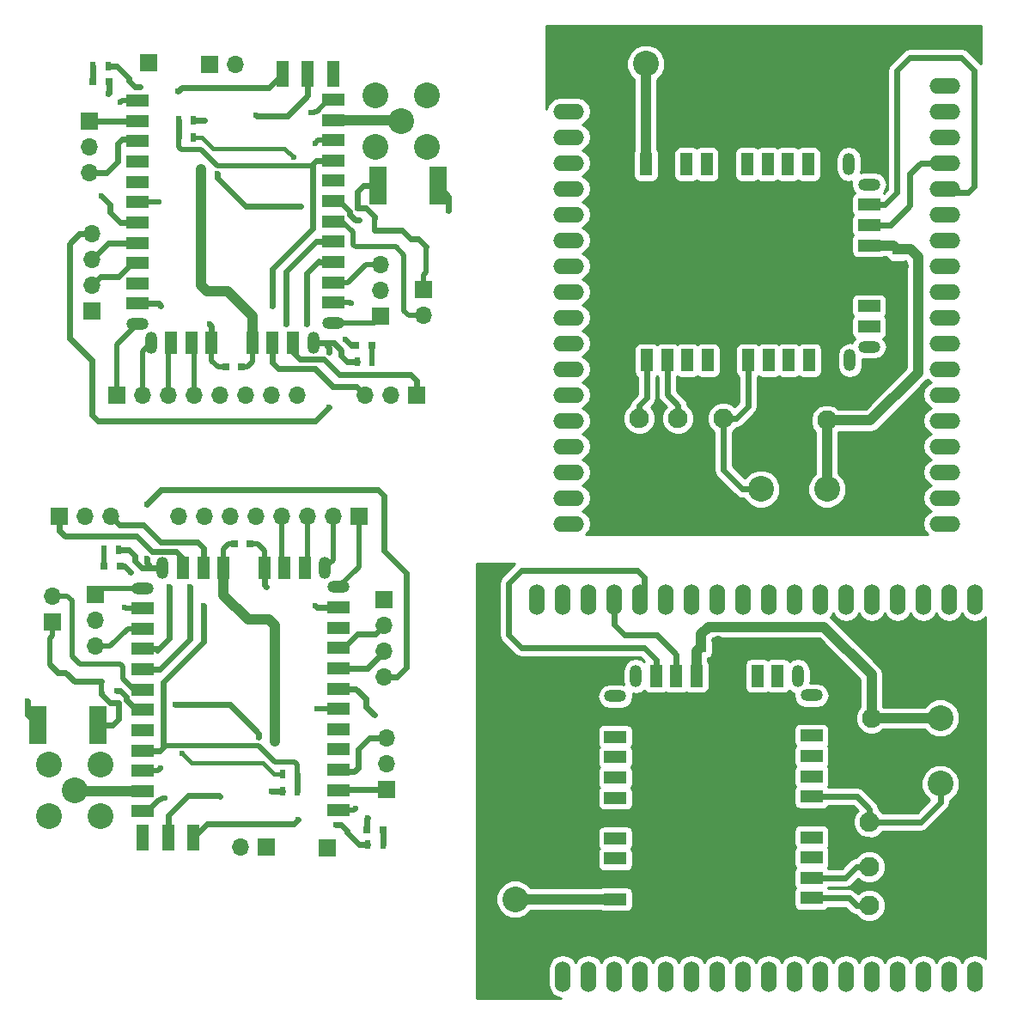
<source format=gtl>
G04 #@! TF.FileFunction,Copper,L1,Top,Signal*
%FSLAX46Y46*%
G04 Gerber Fmt 4.6, Leading zero omitted, Abs format (unit mm)*
G04 Created by KiCad (PCBNEW 4.0.6-e0-6349~53~ubuntu14.04.1) date Thu Apr  6 15:25:57 2017*
%MOMM*%
%LPD*%
G01*
G04 APERTURE LIST*
%ADD10C,0.100000*%
%ADD11O,3.048000X1.524000*%
%ADD12R,1.200000X2.200000*%
%ADD13O,1.200000X2.200000*%
%ADD14O,2.200000X1.200000*%
%ADD15R,2.200000X1.200000*%
%ADD16C,2.540000*%
%ADD17C,1.930400*%
%ADD18R,0.998220X1.099820*%
%ADD19R,0.800000X0.750000*%
%ADD20R,0.800000X0.800000*%
%ADD21R,1.700000X1.700000*%
%ADD22O,1.700000X1.700000*%
%ADD23R,0.500000X0.900000*%
%ADD24R,1.699260X3.698240*%
%ADD25R,1.198880X2.499360*%
%ADD26O,1.524000X3.048000*%
%ADD27R,1.099820X0.998220*%
%ADD28C,0.600000*%
%ADD29C,1.000000*%
%ADD30C,0.600000*%
%ADD31C,0.450000*%
%ADD32C,0.550000*%
%ADD33C,0.700000*%
%ADD34C,0.500000*%
%ADD35C,0.254000*%
G04 APERTURE END LIST*
D10*
D11*
X157531140Y-58230000D03*
X157531140Y-60770000D03*
X157531140Y-63310000D03*
X157531140Y-65850000D03*
X157531140Y-68390000D03*
X157531140Y-70930000D03*
X157531140Y-73470000D03*
X157531140Y-76010000D03*
X157531140Y-78550000D03*
X157531140Y-81090000D03*
X157531140Y-83630000D03*
X157531140Y-86170000D03*
X157531140Y-88710000D03*
X157531140Y-91250000D03*
X157531140Y-93790000D03*
X157531140Y-96330000D03*
X157531140Y-98870000D03*
X157531140Y-101410000D03*
X194638000Y-101410000D03*
X194638000Y-98870000D03*
X194638000Y-96330000D03*
X194638000Y-93790000D03*
X194638000Y-91250000D03*
X194638000Y-88710000D03*
X194638000Y-86170000D03*
X194638000Y-83630000D03*
X194638000Y-81090000D03*
X194638000Y-78550000D03*
X194638000Y-76010000D03*
X194638000Y-73470000D03*
X194638000Y-70930000D03*
X194638000Y-68390000D03*
X194638000Y-65850000D03*
X194638000Y-63310000D03*
X194638000Y-60770000D03*
X194638000Y-58230000D03*
D12*
X163240000Y-85310000D03*
X165240000Y-85310000D03*
X167240000Y-85310000D03*
X169240000Y-85310000D03*
X171240000Y-85310000D03*
X173240000Y-85310000D03*
X175240000Y-85310000D03*
X177240000Y-85310000D03*
X179240000Y-85310000D03*
X181240000Y-85310000D03*
X183240000Y-85310000D03*
D13*
X185240000Y-85310000D03*
D14*
X187140000Y-83980000D03*
D15*
X187140000Y-81980000D03*
X187140000Y-79980000D03*
X187140000Y-77980000D03*
X187140000Y-73980000D03*
X187140000Y-71980000D03*
X187140000Y-69980000D03*
D14*
X187140000Y-67980000D03*
D13*
X185140000Y-65980000D03*
D12*
X183140000Y-65980000D03*
X181140000Y-65980000D03*
X179140000Y-65980000D03*
X177140000Y-65980000D03*
X175140000Y-65980000D03*
X173140000Y-65980000D03*
X171140000Y-65980000D03*
X169140000Y-65980000D03*
X167140000Y-65980000D03*
X165140000Y-65980000D03*
X163140000Y-65980000D03*
D16*
X165145000Y-56100000D03*
X162605000Y-53560000D03*
X167685000Y-53560000D03*
X162605000Y-58640000D03*
X167685000Y-58640000D03*
D17*
X164510000Y-91025000D03*
X168320000Y-91025000D03*
X172765000Y-91025000D03*
X182980000Y-91240000D03*
X160980000Y-91040000D03*
D16*
X176501340Y-98010000D03*
X182998660Y-98010000D03*
D18*
X189980000Y-74391640D03*
X189980000Y-76088360D03*
D15*
X115021100Y-59723600D03*
X115021100Y-61723600D03*
X115021100Y-63723600D03*
X115021100Y-65723600D03*
X115021100Y-67723600D03*
X115021100Y-69723600D03*
X115021100Y-71723600D03*
X115021100Y-73723600D03*
X115021100Y-75723600D03*
X115021100Y-77723600D03*
X115021100Y-79723600D03*
D14*
X115021100Y-81723600D03*
D13*
X116351100Y-83623600D03*
D12*
X118351100Y-83623600D03*
X120351100Y-83623600D03*
X122351100Y-83623600D03*
X126351100Y-83623600D03*
X128351100Y-83623600D03*
X130351100Y-83623600D03*
D13*
X132351100Y-83623600D03*
D14*
X134351100Y-81623600D03*
D15*
X134351100Y-79623600D03*
X134351100Y-77623600D03*
X134351100Y-75623600D03*
X134351100Y-73623600D03*
X134351100Y-71623600D03*
X134351100Y-69623600D03*
X134351100Y-67623600D03*
X134351100Y-65623600D03*
X134351100Y-63623600D03*
X134351100Y-61623600D03*
X134351100Y-59623600D03*
D19*
X125270000Y-85970000D03*
X123770000Y-85970000D03*
D20*
X138120000Y-83820000D03*
X136520000Y-83820000D03*
X110620000Y-57820000D03*
X112220000Y-57820000D03*
D21*
X110320000Y-61780000D03*
D22*
X110320000Y-64320000D03*
X110320000Y-66860000D03*
D21*
X139020000Y-80970000D03*
D22*
X139020000Y-78430000D03*
X139020000Y-75890000D03*
D21*
X142520000Y-88720000D03*
D22*
X139980000Y-88720000D03*
X137440000Y-88720000D03*
D21*
X110520000Y-80460000D03*
D22*
X110520000Y-77920000D03*
X110520000Y-75380000D03*
X110520000Y-72840000D03*
D21*
X113020000Y-88720000D03*
D22*
X115560000Y-88720000D03*
X118100000Y-88720000D03*
X120640000Y-88720000D03*
X123180000Y-88720000D03*
X125720000Y-88720000D03*
X128260000Y-88720000D03*
X130800000Y-88720000D03*
D21*
X143270000Y-78320000D03*
D22*
X143270000Y-80860000D03*
D21*
X122180000Y-56120000D03*
D22*
X124720000Y-56120000D03*
D23*
X138170000Y-85420000D03*
X136670000Y-85420000D03*
X110670000Y-56320000D03*
X112170000Y-56320000D03*
D16*
X141020000Y-61720000D03*
X143560000Y-59180000D03*
X143560000Y-64260000D03*
X138480000Y-59180000D03*
X138480000Y-64260000D03*
D24*
X138771060Y-68120000D03*
X144668940Y-68120000D03*
D25*
X129320640Y-57068280D03*
X131820000Y-57068280D03*
X134319360Y-57068280D03*
D23*
X119070000Y-61620000D03*
X120570000Y-61620000D03*
X119070000Y-63320000D03*
X120570000Y-63320000D03*
D21*
X116120000Y-56020000D03*
D26*
X154390000Y-146028860D03*
X156930000Y-146028860D03*
X159470000Y-146028860D03*
X162010000Y-146028860D03*
X164550000Y-146028860D03*
X167090000Y-146028860D03*
X169630000Y-146028860D03*
X172170000Y-146028860D03*
X174710000Y-146028860D03*
X177250000Y-146028860D03*
X179790000Y-146028860D03*
X182330000Y-146028860D03*
X184870000Y-146028860D03*
X187410000Y-146028860D03*
X189950000Y-146028860D03*
X192490000Y-146028860D03*
X195030000Y-146028860D03*
X197570000Y-146028860D03*
X197570000Y-108922000D03*
X195030000Y-108922000D03*
X192490000Y-108922000D03*
X189950000Y-108922000D03*
X187410000Y-108922000D03*
X184870000Y-108922000D03*
X182330000Y-108922000D03*
X179790000Y-108922000D03*
X177250000Y-108922000D03*
X174710000Y-108922000D03*
X172170000Y-108922000D03*
X169630000Y-108922000D03*
X167090000Y-108922000D03*
X164550000Y-108922000D03*
X162010000Y-108922000D03*
X159470000Y-108922000D03*
X156930000Y-108922000D03*
X154390000Y-108922000D03*
D15*
X181470000Y-140320000D03*
X181470000Y-138320000D03*
X181470000Y-136320000D03*
X181470000Y-134320000D03*
X181470000Y-132320000D03*
X181470000Y-130320000D03*
X181470000Y-128320000D03*
X181470000Y-126320000D03*
X181470000Y-124320000D03*
X181470000Y-122320000D03*
X181470000Y-120320000D03*
D14*
X181470000Y-118320000D03*
D13*
X180140000Y-116420000D03*
D12*
X178140000Y-116420000D03*
X176140000Y-116420000D03*
X174140000Y-116420000D03*
X170140000Y-116420000D03*
X168140000Y-116420000D03*
X166140000Y-116420000D03*
D13*
X164140000Y-116420000D03*
D14*
X162140000Y-118420000D03*
D15*
X162140000Y-120420000D03*
X162140000Y-122420000D03*
X162140000Y-124420000D03*
X162140000Y-126420000D03*
X162140000Y-128420000D03*
X162140000Y-130420000D03*
X162140000Y-132420000D03*
X162140000Y-134420000D03*
X162140000Y-136420000D03*
X162140000Y-138420000D03*
X162140000Y-140420000D03*
D16*
X152260000Y-138415000D03*
X149720000Y-140955000D03*
X149720000Y-135875000D03*
X154800000Y-140955000D03*
X154800000Y-135875000D03*
D17*
X187185000Y-139050000D03*
X187185000Y-135240000D03*
X187185000Y-130795000D03*
X187400000Y-120580000D03*
X187200000Y-142580000D03*
D16*
X194170000Y-127058660D03*
X194170000Y-120561340D03*
D27*
X170551640Y-113580000D03*
X172248360Y-113580000D03*
D15*
X134858900Y-129666400D03*
X134858900Y-127666400D03*
X134858900Y-125666400D03*
X134858900Y-123666400D03*
X134858900Y-121666400D03*
X134858900Y-119666400D03*
X134858900Y-117666400D03*
X134858900Y-115666400D03*
X134858900Y-113666400D03*
X134858900Y-111666400D03*
X134858900Y-109666400D03*
D14*
X134858900Y-107666400D03*
D13*
X133528900Y-105766400D03*
D12*
X131528900Y-105766400D03*
X129528900Y-105766400D03*
X127528900Y-105766400D03*
X123528900Y-105766400D03*
X121528900Y-105766400D03*
X119528900Y-105766400D03*
D13*
X117528900Y-105766400D03*
D14*
X115528900Y-107766400D03*
D15*
X115528900Y-109766400D03*
X115528900Y-111766400D03*
X115528900Y-113766400D03*
X115528900Y-115766400D03*
X115528900Y-117766400D03*
X115528900Y-119766400D03*
X115528900Y-121766400D03*
X115528900Y-123766400D03*
X115528900Y-125766400D03*
X115528900Y-127766400D03*
X115528900Y-129766400D03*
D19*
X124610000Y-103420000D03*
X126110000Y-103420000D03*
D20*
X111760000Y-105570000D03*
X113360000Y-105570000D03*
X139260000Y-131570000D03*
X137660000Y-131570000D03*
D21*
X139560000Y-127610000D03*
D22*
X139560000Y-125070000D03*
X139560000Y-122530000D03*
D21*
X110860000Y-108420000D03*
D22*
X110860000Y-110960000D03*
X110860000Y-113500000D03*
D21*
X107360000Y-100670000D03*
D22*
X109900000Y-100670000D03*
X112440000Y-100670000D03*
D21*
X139360000Y-108930000D03*
D22*
X139360000Y-111470000D03*
X139360000Y-114010000D03*
X139360000Y-116550000D03*
D21*
X136860000Y-100670000D03*
D22*
X134320000Y-100670000D03*
X131780000Y-100670000D03*
X129240000Y-100670000D03*
X126700000Y-100670000D03*
X124160000Y-100670000D03*
X121620000Y-100670000D03*
X119080000Y-100670000D03*
D21*
X106610000Y-111070000D03*
D22*
X106610000Y-108530000D03*
D21*
X127700000Y-133270000D03*
D22*
X125160000Y-133270000D03*
D23*
X111710000Y-103970000D03*
X113210000Y-103970000D03*
X139210000Y-133070000D03*
X137710000Y-133070000D03*
D16*
X108860000Y-127670000D03*
X106320000Y-130210000D03*
X106320000Y-125130000D03*
X111400000Y-130210000D03*
X111400000Y-125130000D03*
D24*
X111108940Y-121270000D03*
X105211060Y-121270000D03*
D25*
X120559360Y-132321720D03*
X118060000Y-132321720D03*
X115560640Y-132321720D03*
D23*
X130810000Y-127770000D03*
X129310000Y-127770000D03*
X130810000Y-126070000D03*
X129310000Y-126070000D03*
D21*
X133760000Y-133370000D03*
D28*
X145720000Y-70520000D03*
X111520000Y-69120000D03*
X104160000Y-118870000D03*
X138360000Y-120270000D03*
X112120000Y-59020000D03*
X135520000Y-83220000D03*
X130420000Y-65320000D03*
X136920000Y-71520000D03*
X113320000Y-59920000D03*
X132520000Y-63920000D03*
X117120000Y-69720000D03*
X136120000Y-79720000D03*
X132120000Y-60920000D03*
X122120000Y-81720000D03*
X117320000Y-79920000D03*
X137760000Y-130370000D03*
X114360000Y-106170000D03*
X119460000Y-124070000D03*
X112960000Y-117870000D03*
X136560000Y-129470000D03*
X117360000Y-125470000D03*
X132760000Y-119670000D03*
X113760000Y-109670000D03*
X117760000Y-128470000D03*
X127760000Y-107670000D03*
X132560000Y-109470000D03*
X115320000Y-58320000D03*
X121320000Y-66520000D03*
X122920000Y-66920000D03*
X131120000Y-70120000D03*
X136720000Y-70320000D03*
X134560000Y-131070000D03*
X128560000Y-122870000D03*
X126960000Y-122470000D03*
X118760000Y-119270000D03*
X113160000Y-119070000D03*
X121620000Y-61620000D03*
X128260000Y-127770000D03*
X133920000Y-84520000D03*
X133920000Y-89920000D03*
X115960000Y-104870000D03*
X115960000Y-99470000D03*
X131720000Y-81720000D03*
X118160000Y-107670000D03*
X129720000Y-81720000D03*
X120160000Y-107670000D03*
X128320000Y-79920000D03*
X121560000Y-109470000D03*
X119020000Y-58820000D03*
X130860000Y-130570000D03*
X126720000Y-61120000D03*
X123160000Y-128270000D03*
D29*
X187140000Y-73980000D02*
X189568360Y-73980000D01*
X189568360Y-73980000D02*
X189980000Y-74391640D01*
X182980000Y-91240000D02*
X187280000Y-91240000D01*
X191231640Y-74391640D02*
X189980000Y-74391640D01*
X191980000Y-75140000D02*
X191231640Y-74391640D01*
X191980000Y-86540000D02*
X191980000Y-75140000D01*
X187280000Y-91240000D02*
X191980000Y-86540000D01*
X182980000Y-91240000D02*
X182980000Y-97991340D01*
X182980000Y-97991340D02*
X182998660Y-98010000D01*
X170140000Y-116420000D02*
X170140000Y-113991640D01*
X170140000Y-113991640D02*
X170551640Y-113580000D01*
X187400000Y-120580000D02*
X187400000Y-116280000D01*
X170551640Y-112328360D02*
X170551640Y-113580000D01*
X171300000Y-111580000D02*
X170551640Y-112328360D01*
X182700000Y-111580000D02*
X171300000Y-111580000D01*
X187400000Y-116280000D02*
X182700000Y-111580000D01*
X187400000Y-120580000D02*
X194151340Y-120580000D01*
X194151340Y-120580000D02*
X194170000Y-120561340D01*
D30*
X164510000Y-91025000D02*
X164510000Y-89755000D01*
X165240000Y-89025000D02*
X165240000Y-85310000D01*
X164510000Y-89755000D02*
X165240000Y-89025000D01*
X110320000Y-61780000D02*
X114964700Y-61780000D01*
X114964700Y-61780000D02*
X115021100Y-61723600D01*
X187185000Y-139050000D02*
X185915000Y-139050000D01*
X185185000Y-138320000D02*
X181470000Y-138320000D01*
X185915000Y-139050000D02*
X185185000Y-138320000D01*
X139560000Y-127610000D02*
X134915300Y-127610000D01*
X134915300Y-127610000D02*
X134858900Y-127666400D01*
X168320000Y-91025000D02*
X168320000Y-89755000D01*
X167240000Y-88675000D02*
X167240000Y-85310000D01*
X168320000Y-89755000D02*
X167240000Y-88675000D01*
X110320000Y-66860000D02*
X111980000Y-66860000D01*
X111980000Y-66860000D02*
X113120000Y-65720000D01*
X113120000Y-63924700D02*
X113524700Y-63520000D01*
X113120000Y-65720000D02*
X113120000Y-63924700D01*
X113524700Y-63520000D02*
X114817500Y-63520000D01*
X114817500Y-63520000D02*
X115021100Y-63723600D01*
X187185000Y-135240000D02*
X185915000Y-135240000D01*
X184835000Y-136320000D02*
X181470000Y-136320000D01*
X185915000Y-135240000D02*
X184835000Y-136320000D01*
X139560000Y-122530000D02*
X137900000Y-122530000D01*
X137900000Y-122530000D02*
X136760000Y-123670000D01*
X136760000Y-125465300D02*
X136355300Y-125870000D01*
X136760000Y-123670000D02*
X136760000Y-125465300D01*
X136355300Y-125870000D02*
X135062500Y-125870000D01*
X135062500Y-125870000D02*
X134858900Y-125666400D01*
X172765000Y-91025000D02*
X174035000Y-91025000D01*
X175240000Y-89820000D02*
X175240000Y-85310000D01*
X174035000Y-91025000D02*
X175240000Y-89820000D01*
X176501340Y-98010000D02*
X174670000Y-98010000D01*
X172765000Y-96105000D02*
X172765000Y-91025000D01*
X174670000Y-98010000D02*
X172765000Y-96105000D01*
X145720000Y-70520000D02*
X145720000Y-69171060D01*
X145720000Y-69171060D02*
X144668940Y-68120000D01*
X112320000Y-70722500D02*
X112320000Y-69920000D01*
X112320000Y-69920000D02*
X111520000Y-69120000D01*
X115021100Y-71723600D02*
X113321100Y-71723600D01*
X113321100Y-71723600D02*
X112320000Y-70722500D01*
X187185000Y-130795000D02*
X187185000Y-129525000D01*
X185980000Y-128320000D02*
X181470000Y-128320000D01*
X187185000Y-129525000D02*
X185980000Y-128320000D01*
X194170000Y-127058660D02*
X194170000Y-128890000D01*
X192265000Y-130795000D02*
X187185000Y-130795000D01*
X194170000Y-128890000D02*
X192265000Y-130795000D01*
X104160000Y-118870000D02*
X104160000Y-120218940D01*
X104160000Y-120218940D02*
X105211060Y-121270000D01*
X137560000Y-118667500D02*
X137560000Y-119470000D01*
X137560000Y-119470000D02*
X138360000Y-120270000D01*
X134858900Y-117666400D02*
X136558900Y-117666400D01*
X136558900Y-117666400D02*
X137560000Y-118667500D01*
D29*
X187140000Y-77980000D02*
X187840000Y-77980000D01*
X187840000Y-77980000D02*
X189731640Y-76088360D01*
X189731640Y-76088360D02*
X190580000Y-76088360D01*
D30*
X112220000Y-57820000D02*
X112220000Y-58920000D01*
X112220000Y-58920000D02*
X112120000Y-59020000D01*
X136520000Y-83820000D02*
X136120000Y-83820000D01*
X136120000Y-83820000D02*
X135520000Y-83220000D01*
D31*
X121420000Y-63320000D02*
X122520000Y-64420000D01*
X122520000Y-64420000D02*
X129520000Y-64420000D01*
X129520000Y-64420000D02*
X130420000Y-65320000D01*
X120570000Y-63320000D02*
X121420000Y-63320000D01*
D30*
X136520000Y-71520000D02*
X136920000Y-71520000D01*
X135951101Y-70951101D02*
X136520000Y-71520000D01*
X134351100Y-69623600D02*
X134951102Y-69623600D01*
X134951102Y-69623600D02*
X135951101Y-70623599D01*
X135951101Y-70623599D02*
X135951101Y-70951101D01*
D32*
X115021100Y-59723600D02*
X113516400Y-59723600D01*
X113516400Y-59723600D02*
X113320000Y-59920000D01*
X134351100Y-63623600D02*
X132816400Y-63623600D01*
X132816400Y-63623600D02*
X132520000Y-63920000D01*
X116716400Y-69723600D02*
X116720000Y-69720000D01*
X116720000Y-69720000D02*
X117120000Y-69720000D01*
X115021100Y-69723600D02*
X116716400Y-69723600D01*
X134351100Y-69623600D02*
X135016400Y-69623600D01*
X134351100Y-79623600D02*
X136023600Y-79623600D01*
X136023600Y-79623600D02*
X136120000Y-79720000D01*
X132573600Y-60773600D02*
X132427200Y-60920000D01*
X132427200Y-60920000D02*
X132120000Y-60920000D01*
X134351100Y-59623600D02*
X133851100Y-59623600D01*
X133851100Y-59623600D02*
X132701100Y-60773600D01*
X132701100Y-60773600D02*
X132573600Y-60773600D01*
D30*
X122351100Y-83623600D02*
X122351100Y-81951100D01*
X122351100Y-81951100D02*
X122120000Y-81720000D01*
X115021100Y-79723600D02*
X117123600Y-79723600D01*
X117123600Y-79723600D02*
X117320000Y-79920000D01*
D32*
X123770000Y-85970000D02*
X122970000Y-85970000D01*
X122351100Y-85351100D02*
X122351100Y-83623600D01*
X122970000Y-85970000D02*
X122351100Y-85351100D01*
D29*
X174140000Y-116420000D02*
X174140000Y-115720000D01*
X174140000Y-115720000D02*
X172248360Y-113828360D01*
X172248360Y-113828360D02*
X172248360Y-112980000D01*
D30*
X137660000Y-131570000D02*
X137660000Y-130470000D01*
X137660000Y-130470000D02*
X137760000Y-130370000D01*
X113360000Y-105570000D02*
X113760000Y-105570000D01*
X113760000Y-105570000D02*
X114360000Y-106170000D01*
D31*
X128460000Y-126070000D02*
X127360000Y-124970000D01*
X127360000Y-124970000D02*
X120360000Y-124970000D01*
X120360000Y-124970000D02*
X119460000Y-124070000D01*
X129310000Y-126070000D02*
X128460000Y-126070000D01*
D30*
X113360000Y-117870000D02*
X112960000Y-117870000D01*
X113928899Y-118438899D02*
X113360000Y-117870000D01*
X115528900Y-119766400D02*
X114928898Y-119766400D01*
X114928898Y-119766400D02*
X113928899Y-118766401D01*
X113928899Y-118766401D02*
X113928899Y-118438899D01*
D32*
X134858900Y-129666400D02*
X136363600Y-129666400D01*
X136363600Y-129666400D02*
X136560000Y-129470000D01*
X115528900Y-125766400D02*
X117063600Y-125766400D01*
X117063600Y-125766400D02*
X117360000Y-125470000D01*
X133163600Y-119666400D02*
X133160000Y-119670000D01*
X133160000Y-119670000D02*
X132760000Y-119670000D01*
X134858900Y-119666400D02*
X133163600Y-119666400D01*
X115528900Y-119766400D02*
X114863600Y-119766400D01*
X115528900Y-109766400D02*
X113856400Y-109766400D01*
X113856400Y-109766400D02*
X113760000Y-109670000D01*
X117306400Y-128616400D02*
X117452800Y-128470000D01*
X117452800Y-128470000D02*
X117760000Y-128470000D01*
X115528900Y-129766400D02*
X116028900Y-129766400D01*
X116028900Y-129766400D02*
X117178900Y-128616400D01*
X117178900Y-128616400D02*
X117306400Y-128616400D01*
D30*
X127528900Y-105766400D02*
X127528900Y-107438900D01*
X127528900Y-107438900D02*
X127760000Y-107670000D01*
X134858900Y-109666400D02*
X132756400Y-109666400D01*
X132756400Y-109666400D02*
X132560000Y-109470000D01*
D32*
X126110000Y-103420000D02*
X126910000Y-103420000D01*
X127528900Y-104038900D02*
X127528900Y-105766400D01*
X126910000Y-103420000D02*
X127528900Y-104038900D01*
D30*
X187140000Y-69980000D02*
X188730000Y-69980000D01*
X196895000Y-68800000D02*
X194545500Y-68800000D01*
X197530000Y-68165000D02*
X196895000Y-68800000D01*
X197530000Y-56735000D02*
X197530000Y-68165000D01*
X196260000Y-55465000D02*
X197530000Y-56735000D01*
X191180000Y-55465000D02*
X196260000Y-55465000D01*
X189910000Y-56735000D02*
X191180000Y-55465000D01*
X189910000Y-68800000D02*
X189910000Y-56735000D01*
X188730000Y-69980000D02*
X189910000Y-68800000D01*
X194545500Y-68800000D02*
X194139100Y-68393600D01*
X130351100Y-83623600D02*
X130351100Y-84551100D01*
X130351100Y-84551100D02*
X131023610Y-85223610D01*
X131023610Y-85223610D02*
X133423610Y-85223610D01*
X133423610Y-85223610D02*
X134920000Y-86720000D01*
X134920000Y-86720000D02*
X141970000Y-86720000D01*
X141970000Y-86720000D02*
X142520000Y-87270000D01*
X142520000Y-87270000D02*
X142520000Y-88720000D01*
X166140000Y-116420000D02*
X166140000Y-114830000D01*
X164960000Y-106665000D02*
X164960000Y-109014500D01*
X164325000Y-106030000D02*
X164960000Y-106665000D01*
X152895000Y-106030000D02*
X164325000Y-106030000D01*
X151625000Y-107300000D02*
X152895000Y-106030000D01*
X151625000Y-112380000D02*
X151625000Y-107300000D01*
X152895000Y-113650000D02*
X151625000Y-112380000D01*
X164960000Y-113650000D02*
X152895000Y-113650000D01*
X166140000Y-114830000D02*
X164960000Y-113650000D01*
X164960000Y-109014500D02*
X164553600Y-109420900D01*
X119528900Y-105766400D02*
X119528900Y-104838900D01*
X119528900Y-104838900D02*
X118856390Y-104166390D01*
X118856390Y-104166390D02*
X116456390Y-104166390D01*
X116456390Y-104166390D02*
X114960000Y-102670000D01*
X114960000Y-102670000D02*
X107910000Y-102670000D01*
X107910000Y-102670000D02*
X107360000Y-102120000D01*
X107360000Y-102120000D02*
X107360000Y-100670000D01*
X187140000Y-71980000D02*
X189270000Y-71980000D01*
X192221400Y-65853600D02*
X194139100Y-65853600D01*
X191180000Y-66895000D02*
X192221400Y-65853600D01*
X191180000Y-70070000D02*
X191180000Y-66895000D01*
X189270000Y-71980000D02*
X191180000Y-70070000D01*
X128920000Y-86120000D02*
X128351100Y-85551100D01*
X128351100Y-85551100D02*
X128351100Y-83623600D01*
X132520000Y-86120000D02*
X128920000Y-86120000D01*
X134270001Y-87870001D02*
X132520000Y-86120000D01*
X137440000Y-88720000D02*
X136590001Y-87870001D01*
X136590001Y-87870001D02*
X134270001Y-87870001D01*
X168140000Y-116420000D02*
X168140000Y-114290000D01*
X162013600Y-111338600D02*
X162013600Y-109420900D01*
X163055000Y-112380000D02*
X162013600Y-111338600D01*
X166230000Y-112380000D02*
X163055000Y-112380000D01*
X168140000Y-114290000D02*
X166230000Y-112380000D01*
X120960000Y-103270000D02*
X121528900Y-103838900D01*
X121528900Y-103838900D02*
X121528900Y-105766400D01*
X117360000Y-103270000D02*
X120960000Y-103270000D01*
X115609999Y-101519999D02*
X117360000Y-103270000D01*
X112440000Y-100670000D02*
X113289999Y-101519999D01*
X113289999Y-101519999D02*
X115609999Y-101519999D01*
D29*
X165145000Y-56100000D02*
X165145000Y-65975000D01*
D33*
X165145000Y-65975000D02*
X165140000Y-65980000D01*
D29*
X134351100Y-61623600D02*
X140923600Y-61623600D01*
X140923600Y-61623600D02*
X141020000Y-61720000D01*
X152260000Y-138415000D02*
X162135000Y-138415000D01*
D33*
X162135000Y-138415000D02*
X162140000Y-138420000D01*
D29*
X115528900Y-127766400D02*
X108956400Y-127766400D01*
X108956400Y-127766400D02*
X108860000Y-127670000D01*
D32*
X143270000Y-78320000D02*
X143270000Y-76920000D01*
X143270000Y-76920000D02*
X143520000Y-76670000D01*
X143520000Y-76670000D02*
X143520000Y-74117500D01*
D30*
X113020000Y-56320000D02*
X114220000Y-57520000D01*
X114220000Y-57520000D02*
X114220000Y-57720000D01*
X114220000Y-57720000D02*
X114820000Y-58320000D01*
X114820000Y-58320000D02*
X115320000Y-58320000D01*
X112170000Y-56320000D02*
X113020000Y-56320000D01*
X141920000Y-73320000D02*
X142722500Y-73320000D01*
X142722500Y-73320000D02*
X143520000Y-74117500D01*
X141068980Y-72468980D02*
X141920000Y-73320000D01*
X138371480Y-72468980D02*
X141068980Y-72468980D01*
X136720000Y-70320000D02*
X136720000Y-68721430D01*
X136720000Y-68721430D02*
X137321430Y-68120000D01*
X137321430Y-68120000D02*
X138771060Y-68120000D01*
D29*
X121320000Y-77920000D02*
X121320000Y-66520000D01*
X121920000Y-78520000D02*
X121320000Y-77920000D01*
X123920000Y-78520000D02*
X121920000Y-78520000D01*
X126351100Y-80951100D02*
X123920000Y-78520000D01*
X126351100Y-83623600D02*
X126351100Y-80951100D01*
D30*
X125720000Y-70120000D02*
X122920000Y-67320000D01*
X122920000Y-67320000D02*
X122920000Y-66920000D01*
X131120000Y-70120000D02*
X125720000Y-70120000D01*
X138371480Y-71171480D02*
X137520000Y-70320000D01*
X137520000Y-70320000D02*
X136720000Y-70320000D01*
X138371480Y-71319540D02*
X138371480Y-71171480D01*
D32*
X138371480Y-72468980D02*
X138371480Y-71319540D01*
X125270000Y-85970000D02*
X125870000Y-85970000D01*
X126351100Y-85488900D02*
X126351100Y-83623600D01*
X125870000Y-85970000D02*
X126351100Y-85488900D01*
X106610000Y-111070000D02*
X106610000Y-112470000D01*
X106610000Y-112470000D02*
X106360000Y-112720000D01*
X106360000Y-112720000D02*
X106360000Y-115272500D01*
D30*
X136860000Y-133070000D02*
X135660000Y-131870000D01*
X135660000Y-131870000D02*
X135660000Y-131670000D01*
X135660000Y-131670000D02*
X135060000Y-131070000D01*
X135060000Y-131070000D02*
X134560000Y-131070000D01*
X137710000Y-133070000D02*
X136860000Y-133070000D01*
X107960000Y-116070000D02*
X107157500Y-116070000D01*
X107157500Y-116070000D02*
X106360000Y-115272500D01*
X108811020Y-116921020D02*
X107960000Y-116070000D01*
X111508520Y-116921020D02*
X108811020Y-116921020D01*
X113160000Y-119070000D02*
X113160000Y-120668570D01*
X113160000Y-120668570D02*
X112558570Y-121270000D01*
X112558570Y-121270000D02*
X111108940Y-121270000D01*
D29*
X128560000Y-111470000D02*
X128560000Y-122870000D01*
X127960000Y-110870000D02*
X128560000Y-111470000D01*
X125960000Y-110870000D02*
X127960000Y-110870000D01*
X123528900Y-108438900D02*
X125960000Y-110870000D01*
X123528900Y-105766400D02*
X123528900Y-108438900D01*
D30*
X124160000Y-119270000D02*
X126960000Y-122070000D01*
X126960000Y-122070000D02*
X126960000Y-122470000D01*
X118760000Y-119270000D02*
X124160000Y-119270000D01*
X111508520Y-118218520D02*
X112360000Y-119070000D01*
X112360000Y-119070000D02*
X113160000Y-119070000D01*
X111508520Y-118070460D02*
X111508520Y-118218520D01*
D32*
X111508520Y-116921020D02*
X111508520Y-118070460D01*
X124610000Y-103420000D02*
X124010000Y-103420000D01*
X123528900Y-103901100D02*
X123528900Y-105766400D01*
X124010000Y-103420000D02*
X123528900Y-103901100D01*
D30*
X120570000Y-61620000D02*
X121620000Y-61620000D01*
X129310000Y-127770000D02*
X128260000Y-127770000D01*
D32*
X138120000Y-83820000D02*
X138120000Y-85370000D01*
X138120000Y-85370000D02*
X138170000Y-85420000D01*
X111760000Y-105570000D02*
X111760000Y-104020000D01*
X111760000Y-104020000D02*
X111710000Y-103970000D01*
D30*
X110670000Y-56320000D02*
X110670000Y-57770000D01*
X110670000Y-57770000D02*
X110620000Y-57820000D01*
X139210000Y-133070000D02*
X139210000Y-131620000D01*
X139210000Y-131620000D02*
X139260000Y-131570000D01*
D34*
X134351100Y-81623600D02*
X138366400Y-81623600D01*
X138366400Y-81623600D02*
X139020000Y-80970000D01*
X115528900Y-107766400D02*
X111513600Y-107766400D01*
X111513600Y-107766400D02*
X110860000Y-108420000D01*
X134351100Y-77623600D02*
X135816400Y-77623600D01*
X137550000Y-75890000D02*
X139020000Y-75890000D01*
X135816400Y-77623600D02*
X137550000Y-75890000D01*
X115528900Y-111766400D02*
X114063600Y-111766400D01*
X112330000Y-113500000D02*
X110860000Y-113500000D01*
X114063600Y-111766400D02*
X112330000Y-113500000D01*
D30*
X110520000Y-77920000D02*
X111369999Y-77070001D01*
X111369999Y-77070001D02*
X113174699Y-77070001D01*
X113174699Y-77070001D02*
X114521100Y-75723600D01*
X114521100Y-75723600D02*
X115021100Y-75723600D01*
X139360000Y-111470000D02*
X138510001Y-112319999D01*
X138510001Y-112319999D02*
X136705301Y-112319999D01*
X136705301Y-112319999D02*
X135358900Y-113666400D01*
X135358900Y-113666400D02*
X134858900Y-113666400D01*
X110520000Y-75380000D02*
X112176400Y-73723600D01*
X112176400Y-73723600D02*
X115021100Y-73723600D01*
X139360000Y-114010000D02*
X137703600Y-115666400D01*
X137703600Y-115666400D02*
X134858900Y-115666400D01*
X132351100Y-83623600D02*
X134423600Y-83623600D01*
X135720000Y-85420000D02*
X136670000Y-85420000D01*
X135120000Y-84820000D02*
X135720000Y-85420000D01*
X135120000Y-84320000D02*
X135120000Y-84820000D01*
X134423600Y-83623600D02*
X135120000Y-84320000D01*
X133744264Y-83920000D02*
X133744264Y-83816764D01*
X133551100Y-83623600D02*
X132351100Y-83623600D01*
X133744264Y-83816764D02*
X133551100Y-83623600D01*
X133920000Y-84520000D02*
X133920000Y-84095736D01*
X133920000Y-84095736D02*
X133744264Y-83920000D01*
X132520000Y-91320000D02*
X133920000Y-89920000D01*
X111120000Y-91320000D02*
X132520000Y-91320000D01*
X110520000Y-90720000D02*
X111120000Y-91320000D01*
X110520000Y-85320000D02*
X110520000Y-90720000D01*
X108320000Y-83120000D02*
X110520000Y-85320000D01*
X108320000Y-73837919D02*
X108320000Y-83120000D01*
X110520000Y-72840000D02*
X109317919Y-72840000D01*
X109317919Y-72840000D02*
X108320000Y-73837919D01*
X117528900Y-105766400D02*
X115456400Y-105766400D01*
X114160000Y-103970000D02*
X113210000Y-103970000D01*
X114760000Y-104570000D02*
X114160000Y-103970000D01*
X114760000Y-105070000D02*
X114760000Y-104570000D01*
X115456400Y-105766400D02*
X114760000Y-105070000D01*
X116135736Y-105470000D02*
X116135736Y-105573236D01*
X116328900Y-105766400D02*
X117528900Y-105766400D01*
X116135736Y-105573236D02*
X116328900Y-105766400D01*
X115960000Y-104870000D02*
X115960000Y-105294264D01*
X115960000Y-105294264D02*
X116135736Y-105470000D01*
X117360000Y-98070000D02*
X115960000Y-99470000D01*
X138760000Y-98070000D02*
X117360000Y-98070000D01*
X139360000Y-98670000D02*
X138760000Y-98070000D01*
X139360000Y-104070000D02*
X139360000Y-98670000D01*
X141560000Y-106270000D02*
X139360000Y-104070000D01*
X141560000Y-115552081D02*
X141560000Y-106270000D01*
X139360000Y-116550000D02*
X140562081Y-116550000D01*
X140562081Y-116550000D02*
X141560000Y-115552081D01*
D34*
X113020000Y-88720000D02*
X113020000Y-83724700D01*
X113020000Y-83724700D02*
X115021100Y-81723600D01*
X136860000Y-100670000D02*
X136860000Y-105665300D01*
X136860000Y-105665300D02*
X134858900Y-107666400D01*
X115560000Y-88720000D02*
X115560000Y-84414700D01*
X115560000Y-84414700D02*
X116351100Y-83623600D01*
X134320000Y-100670000D02*
X134320000Y-104975300D01*
X134320000Y-104975300D02*
X133528900Y-105766400D01*
X118100000Y-88720000D02*
X118100000Y-83874700D01*
X118100000Y-83874700D02*
X118351100Y-83623600D01*
X131780000Y-100670000D02*
X131780000Y-105515300D01*
X131780000Y-105515300D02*
X131528900Y-105766400D01*
X120640000Y-88720000D02*
X120640000Y-83912500D01*
X120640000Y-83912500D02*
X120351100Y-83623600D01*
X129240000Y-100670000D02*
X129240000Y-105477500D01*
X129240000Y-105477500D02*
X129528900Y-105766400D01*
D30*
X131720000Y-81720000D02*
X131720000Y-76720000D01*
X132920000Y-75520000D02*
X133023600Y-75623600D01*
X131720000Y-76720000D02*
X132920000Y-75520000D01*
X133023600Y-75623600D02*
X134351100Y-75623600D01*
X134054700Y-75920000D02*
X134351100Y-75623600D01*
D32*
X134254700Y-75720000D02*
X134351100Y-75623600D01*
D30*
X118160000Y-107670000D02*
X118160000Y-112670000D01*
X116960000Y-113870000D02*
X116856400Y-113766400D01*
X118160000Y-112670000D02*
X116960000Y-113870000D01*
X116856400Y-113766400D02*
X115528900Y-113766400D01*
X115825300Y-113470000D02*
X115528900Y-113766400D01*
D32*
X115625300Y-113670000D02*
X115528900Y-113766400D01*
D30*
X132651100Y-73623600D02*
X134351100Y-73623600D01*
X129720000Y-81720000D02*
X129720000Y-76554700D01*
X129720000Y-76554700D02*
X132651100Y-73623600D01*
X134247500Y-73520000D02*
X134351100Y-73623600D01*
X117228900Y-115766400D02*
X115528900Y-115766400D01*
X120160000Y-107670000D02*
X120160000Y-112835300D01*
X120160000Y-112835300D02*
X117228900Y-115766400D01*
X115632500Y-115870000D02*
X115528900Y-115766400D01*
D32*
X119070000Y-63320000D02*
X119070000Y-64270000D01*
X122920000Y-66120000D02*
X132320000Y-66120000D01*
X121320000Y-64520000D02*
X122920000Y-66120000D01*
X119320000Y-64520000D02*
X121320000Y-64520000D01*
X119070000Y-64270000D02*
X119320000Y-64520000D01*
D30*
X119070000Y-61620000D02*
X119070000Y-63320000D01*
X128320000Y-76320000D02*
X128320000Y-79920000D01*
X132320000Y-72320000D02*
X132320000Y-66120000D01*
X128320000Y-76320000D02*
X132320000Y-72320000D01*
X132320000Y-66120000D02*
X132320000Y-65954700D01*
X132651100Y-65623600D02*
X134351100Y-65623600D01*
X132320000Y-65954700D02*
X132651100Y-65623600D01*
X134054700Y-65920000D02*
X134351100Y-65623600D01*
D32*
X130810000Y-126070000D02*
X130810000Y-125120000D01*
X126960000Y-123270000D02*
X117560000Y-123270000D01*
X128560000Y-124870000D02*
X126960000Y-123270000D01*
X130560000Y-124870000D02*
X128560000Y-124870000D01*
X130810000Y-125120000D02*
X130560000Y-124870000D01*
D30*
X130810000Y-127770000D02*
X130810000Y-126070000D01*
X121560000Y-113070000D02*
X121560000Y-109470000D01*
X117560000Y-117070000D02*
X117560000Y-123270000D01*
X121560000Y-113070000D02*
X117560000Y-117070000D01*
X117560000Y-123270000D02*
X117560000Y-123435300D01*
X117228900Y-123766400D02*
X115528900Y-123766400D01*
X117560000Y-123435300D02*
X117228900Y-123766400D01*
X115825300Y-123470000D02*
X115528900Y-123766400D01*
D32*
X134351100Y-71623600D02*
X135223600Y-71623600D01*
X141320000Y-80420000D02*
X141760000Y-80860000D01*
X135223600Y-71623600D02*
X136297549Y-72697549D01*
X136297549Y-72697549D02*
X136297549Y-73897549D01*
X136297549Y-73897549D02*
X136520000Y-74120000D01*
X141760000Y-80860000D02*
X143270000Y-80860000D01*
X136520000Y-74120000D02*
X140520000Y-74120000D01*
X140520000Y-74120000D02*
X141320000Y-74920000D01*
X141320000Y-74920000D02*
X141320000Y-80420000D01*
X115528900Y-117766400D02*
X114656400Y-117766400D01*
X108560000Y-108970000D02*
X108120000Y-108530000D01*
X114656400Y-117766400D02*
X113582451Y-116692451D01*
X113582451Y-116692451D02*
X113582451Y-115492451D01*
X113582451Y-115492451D02*
X113360000Y-115270000D01*
X108120000Y-108530000D02*
X106610000Y-108530000D01*
X113360000Y-115270000D02*
X109360000Y-115270000D01*
X109360000Y-115270000D02*
X108560000Y-114470000D01*
X108560000Y-114470000D02*
X108560000Y-108970000D01*
D30*
X127968920Y-58420000D02*
X129320640Y-57068280D01*
X119420000Y-58420000D02*
X127968920Y-58420000D01*
X119020000Y-58820000D02*
X119420000Y-58420000D01*
X121911080Y-130970000D02*
X120559360Y-132321720D01*
X130460000Y-130970000D02*
X121911080Y-130970000D01*
X130860000Y-130570000D02*
X130460000Y-130970000D01*
X131820000Y-59220000D02*
X131820000Y-57068280D01*
X129820000Y-61220000D02*
X131820000Y-59220000D01*
X126820000Y-61220000D02*
X129820000Y-61220000D01*
X126720000Y-61120000D02*
X126820000Y-61220000D01*
X118060000Y-130170000D02*
X118060000Y-132321720D01*
X120060000Y-128170000D02*
X118060000Y-130170000D01*
X123060000Y-128170000D02*
X120060000Y-128170000D01*
X123160000Y-128270000D02*
X123060000Y-128170000D01*
D35*
G36*
X198195000Y-56079624D02*
X198191145Y-56073855D01*
X196921145Y-54803855D01*
X196617809Y-54601173D01*
X196260000Y-54530000D01*
X191180000Y-54530000D01*
X190822191Y-54601173D01*
X190518855Y-54803855D01*
X189248855Y-56073855D01*
X189046173Y-56377191D01*
X188975000Y-56735000D01*
X188975000Y-68412710D01*
X188573113Y-68814597D01*
X188814982Y-68452614D01*
X188908991Y-67980000D01*
X188814982Y-67507386D01*
X188547268Y-67106723D01*
X188146605Y-66839009D01*
X187673991Y-66745000D01*
X186606009Y-66745000D01*
X186317640Y-66802360D01*
X186375000Y-66513991D01*
X186375000Y-65446009D01*
X186280991Y-64973395D01*
X186013277Y-64572732D01*
X185612614Y-64305018D01*
X185140000Y-64211009D01*
X184667386Y-64305018D01*
X184266723Y-64572732D01*
X183999009Y-64973395D01*
X183905000Y-65446009D01*
X183905000Y-66513991D01*
X183999009Y-66986605D01*
X184266723Y-67387268D01*
X184667386Y-67654982D01*
X185140000Y-67748991D01*
X185428369Y-67691631D01*
X185371009Y-67980000D01*
X185465018Y-68452614D01*
X185718649Y-68832200D01*
X185588559Y-68915910D01*
X185443569Y-69128110D01*
X185392560Y-69380000D01*
X185392560Y-70580000D01*
X185436838Y-70815317D01*
X185543759Y-70981477D01*
X185443569Y-71128110D01*
X185392560Y-71380000D01*
X185392560Y-72580000D01*
X185436838Y-72815317D01*
X185543759Y-72981477D01*
X185443569Y-73128110D01*
X185392560Y-73380000D01*
X185392560Y-74580000D01*
X185436838Y-74815317D01*
X185575910Y-75031441D01*
X185788110Y-75176431D01*
X186040000Y-75227440D01*
X188240000Y-75227440D01*
X188475317Y-75183162D01*
X188581244Y-75115000D01*
X188866087Y-75115000D01*
X188877728Y-75176867D01*
X189016800Y-75392991D01*
X189229000Y-75537981D01*
X189480890Y-75588990D01*
X190479110Y-75588990D01*
X190714427Y-75544712D01*
X190742512Y-75526640D01*
X190761508Y-75526640D01*
X190845000Y-75610132D01*
X190845000Y-86069868D01*
X186809868Y-90105000D01*
X184108032Y-90105000D01*
X183887624Y-89884207D01*
X183299696Y-89640078D01*
X182663097Y-89639523D01*
X182074744Y-89882625D01*
X181624207Y-90332376D01*
X181380078Y-90920304D01*
X181379523Y-91556903D01*
X181622625Y-92145256D01*
X181845000Y-92368020D01*
X181845000Y-96469919D01*
X181384621Y-96929495D01*
X181093992Y-97629410D01*
X181093330Y-98387265D01*
X181382738Y-99087686D01*
X181918155Y-99624039D01*
X182618070Y-99914668D01*
X183375925Y-99915330D01*
X184076346Y-99625922D01*
X184612699Y-99090505D01*
X184903328Y-98390590D01*
X184903990Y-97632735D01*
X184614582Y-96932314D01*
X184115000Y-96431859D01*
X184115000Y-92375000D01*
X187280000Y-92375000D01*
X187714346Y-92288603D01*
X188082566Y-92042566D01*
X192782566Y-87342566D01*
X192887445Y-87185604D01*
X193268174Y-87440000D01*
X192845875Y-87722172D01*
X192543043Y-88175391D01*
X192436703Y-88710000D01*
X192543043Y-89244609D01*
X192845875Y-89697828D01*
X193268174Y-89980000D01*
X192845875Y-90262172D01*
X192543043Y-90715391D01*
X192436703Y-91250000D01*
X192543043Y-91784609D01*
X192845875Y-92237828D01*
X193268174Y-92520000D01*
X192845875Y-92802172D01*
X192543043Y-93255391D01*
X192436703Y-93790000D01*
X192543043Y-94324609D01*
X192845875Y-94777828D01*
X193268174Y-95060000D01*
X192845875Y-95342172D01*
X192543043Y-95795391D01*
X192436703Y-96330000D01*
X192543043Y-96864609D01*
X192845875Y-97317828D01*
X193268174Y-97600000D01*
X192845875Y-97882172D01*
X192543043Y-98335391D01*
X192436703Y-98870000D01*
X192543043Y-99404609D01*
X192845875Y-99857828D01*
X193268174Y-100140000D01*
X192845875Y-100422172D01*
X192543043Y-100875391D01*
X192436703Y-101410000D01*
X192543043Y-101944609D01*
X192845875Y-102397828D01*
X192931439Y-102455000D01*
X159237701Y-102455000D01*
X159323265Y-102397828D01*
X159626097Y-101944609D01*
X159732437Y-101410000D01*
X159626097Y-100875391D01*
X159323265Y-100422172D01*
X158900966Y-100140000D01*
X159323265Y-99857828D01*
X159626097Y-99404609D01*
X159732437Y-98870000D01*
X159626097Y-98335391D01*
X159323265Y-97882172D01*
X158900966Y-97600000D01*
X159323265Y-97317828D01*
X159626097Y-96864609D01*
X159732437Y-96330000D01*
X159626097Y-95795391D01*
X159323265Y-95342172D01*
X158900966Y-95060000D01*
X159323265Y-94777828D01*
X159626097Y-94324609D01*
X159732437Y-93790000D01*
X159626097Y-93255391D01*
X159323265Y-92802172D01*
X158900966Y-92520000D01*
X159323265Y-92237828D01*
X159626097Y-91784609D01*
X159714156Y-91341903D01*
X162909523Y-91341903D01*
X163152625Y-91930256D01*
X163602376Y-92380793D01*
X164190304Y-92624922D01*
X164826903Y-92625477D01*
X165415256Y-92382375D01*
X165865793Y-91932624D01*
X166109922Y-91344696D01*
X166110477Y-90708097D01*
X165867375Y-90119744D01*
X165667635Y-89919655D01*
X165901145Y-89686145D01*
X166103827Y-89382809D01*
X166175000Y-89025000D01*
X166175000Y-86949018D01*
X166241477Y-86906241D01*
X166305000Y-86949644D01*
X166305000Y-88675000D01*
X166376173Y-89032809D01*
X166578855Y-89336145D01*
X167162319Y-89919609D01*
X166964207Y-90117376D01*
X166720078Y-90705304D01*
X166719523Y-91341903D01*
X166962625Y-91930256D01*
X167412376Y-92380793D01*
X168000304Y-92624922D01*
X168636903Y-92625477D01*
X169225256Y-92382375D01*
X169675793Y-91932624D01*
X169919922Y-91344696D01*
X169919924Y-91341903D01*
X171164523Y-91341903D01*
X171407625Y-91930256D01*
X171830000Y-92353369D01*
X171830000Y-96105000D01*
X171901173Y-96462809D01*
X172103855Y-96766145D01*
X174008855Y-98671145D01*
X174312191Y-98873827D01*
X174670000Y-98945000D01*
X174826461Y-98945000D01*
X174885418Y-99087686D01*
X175420835Y-99624039D01*
X176120750Y-99914668D01*
X176878605Y-99915330D01*
X177579026Y-99625922D01*
X178115379Y-99090505D01*
X178406008Y-98390590D01*
X178406670Y-97632735D01*
X178117262Y-96932314D01*
X177581845Y-96395961D01*
X176881930Y-96105332D01*
X176124075Y-96104670D01*
X175423654Y-96394078D01*
X174899554Y-96917264D01*
X173700000Y-95717710D01*
X173700000Y-92352683D01*
X174107894Y-91945500D01*
X174392809Y-91888827D01*
X174696145Y-91686145D01*
X175901145Y-90481145D01*
X176103827Y-90177809D01*
X176175000Y-89820000D01*
X176175000Y-86949018D01*
X176241477Y-86906241D01*
X176388110Y-87006431D01*
X176640000Y-87057440D01*
X177840000Y-87057440D01*
X178075317Y-87013162D01*
X178241477Y-86906241D01*
X178388110Y-87006431D01*
X178640000Y-87057440D01*
X179840000Y-87057440D01*
X180075317Y-87013162D01*
X180241477Y-86906241D01*
X180388110Y-87006431D01*
X180640000Y-87057440D01*
X181840000Y-87057440D01*
X182075317Y-87013162D01*
X182291441Y-86874090D01*
X182436431Y-86661890D01*
X182487440Y-86410000D01*
X182487440Y-84776009D01*
X184005000Y-84776009D01*
X184005000Y-85843991D01*
X184099009Y-86316605D01*
X184366723Y-86717268D01*
X184767386Y-86984982D01*
X185240000Y-87078991D01*
X185712614Y-86984982D01*
X186113277Y-86717268D01*
X186380991Y-86316605D01*
X186475000Y-85843991D01*
X186475000Y-85188941D01*
X186606009Y-85215000D01*
X187673991Y-85215000D01*
X188146605Y-85120991D01*
X188547268Y-84853277D01*
X188814982Y-84452614D01*
X188908991Y-83980000D01*
X188814982Y-83507386D01*
X188561351Y-83127800D01*
X188691441Y-83044090D01*
X188836431Y-82831890D01*
X188887440Y-82580000D01*
X188887440Y-81380000D01*
X188843162Y-81144683D01*
X188736241Y-80978523D01*
X188836431Y-80831890D01*
X188887440Y-80580000D01*
X188887440Y-79380000D01*
X188843162Y-79144683D01*
X188704090Y-78928559D01*
X188491890Y-78783569D01*
X188240000Y-78732560D01*
X186040000Y-78732560D01*
X185804683Y-78776838D01*
X185588559Y-78915910D01*
X185443569Y-79128110D01*
X185392560Y-79380000D01*
X185392560Y-80580000D01*
X185436838Y-80815317D01*
X185543759Y-80981477D01*
X185443569Y-81128110D01*
X185392560Y-81380000D01*
X185392560Y-82580000D01*
X185436838Y-82815317D01*
X185575910Y-83031441D01*
X185718112Y-83128603D01*
X185465018Y-83507386D01*
X185450020Y-83582785D01*
X185240000Y-83541009D01*
X184767386Y-83635018D01*
X184366723Y-83902732D01*
X184099009Y-84303395D01*
X184005000Y-84776009D01*
X182487440Y-84776009D01*
X182487440Y-84210000D01*
X182443162Y-83974683D01*
X182304090Y-83758559D01*
X182091890Y-83613569D01*
X181840000Y-83562560D01*
X180640000Y-83562560D01*
X180404683Y-83606838D01*
X180238523Y-83713759D01*
X180091890Y-83613569D01*
X179840000Y-83562560D01*
X178640000Y-83562560D01*
X178404683Y-83606838D01*
X178238523Y-83713759D01*
X178091890Y-83613569D01*
X177840000Y-83562560D01*
X176640000Y-83562560D01*
X176404683Y-83606838D01*
X176238523Y-83713759D01*
X176091890Y-83613569D01*
X175840000Y-83562560D01*
X174640000Y-83562560D01*
X174404683Y-83606838D01*
X174188559Y-83745910D01*
X174043569Y-83958110D01*
X173992560Y-84210000D01*
X173992560Y-86410000D01*
X174036838Y-86645317D01*
X174175910Y-86861441D01*
X174305000Y-86949644D01*
X174305000Y-89432710D01*
X173870391Y-89867319D01*
X173672624Y-89669207D01*
X173084696Y-89425078D01*
X172448097Y-89424523D01*
X171859744Y-89667625D01*
X171409207Y-90117376D01*
X171165078Y-90705304D01*
X171164523Y-91341903D01*
X169919924Y-91341903D01*
X169920477Y-90708097D01*
X169677375Y-90119744D01*
X169240500Y-89682106D01*
X169183827Y-89397191D01*
X168981145Y-89093855D01*
X168175000Y-88287710D01*
X168175000Y-86949018D01*
X168241477Y-86906241D01*
X168388110Y-87006431D01*
X168640000Y-87057440D01*
X169840000Y-87057440D01*
X170075317Y-87013162D01*
X170241477Y-86906241D01*
X170388110Y-87006431D01*
X170640000Y-87057440D01*
X171840000Y-87057440D01*
X172075317Y-87013162D01*
X172291441Y-86874090D01*
X172436431Y-86661890D01*
X172487440Y-86410000D01*
X172487440Y-84210000D01*
X172443162Y-83974683D01*
X172304090Y-83758559D01*
X172091890Y-83613569D01*
X171840000Y-83562560D01*
X170640000Y-83562560D01*
X170404683Y-83606838D01*
X170238523Y-83713759D01*
X170091890Y-83613569D01*
X169840000Y-83562560D01*
X168640000Y-83562560D01*
X168404683Y-83606838D01*
X168238523Y-83713759D01*
X168091890Y-83613569D01*
X167840000Y-83562560D01*
X166640000Y-83562560D01*
X166404683Y-83606838D01*
X166238523Y-83713759D01*
X166091890Y-83613569D01*
X165840000Y-83562560D01*
X164640000Y-83562560D01*
X164404683Y-83606838D01*
X164188559Y-83745910D01*
X164043569Y-83958110D01*
X163992560Y-84210000D01*
X163992560Y-86410000D01*
X164036838Y-86645317D01*
X164175910Y-86861441D01*
X164305000Y-86949644D01*
X164305000Y-88637710D01*
X163848855Y-89093855D01*
X163646173Y-89397191D01*
X163589317Y-89683025D01*
X163154207Y-90117376D01*
X162910078Y-90705304D01*
X162909523Y-91341903D01*
X159714156Y-91341903D01*
X159732437Y-91250000D01*
X159626097Y-90715391D01*
X159323265Y-90262172D01*
X158900966Y-89980000D01*
X159323265Y-89697828D01*
X159626097Y-89244609D01*
X159732437Y-88710000D01*
X159626097Y-88175391D01*
X159323265Y-87722172D01*
X158900966Y-87440000D01*
X159323265Y-87157828D01*
X159626097Y-86704609D01*
X159732437Y-86170000D01*
X159626097Y-85635391D01*
X159323265Y-85182172D01*
X158900966Y-84900000D01*
X159323265Y-84617828D01*
X159626097Y-84164609D01*
X159732437Y-83630000D01*
X159626097Y-83095391D01*
X159323265Y-82642172D01*
X158900966Y-82360000D01*
X159323265Y-82077828D01*
X159626097Y-81624609D01*
X159732437Y-81090000D01*
X159626097Y-80555391D01*
X159323265Y-80102172D01*
X158900966Y-79820000D01*
X159323265Y-79537828D01*
X159626097Y-79084609D01*
X159732437Y-78550000D01*
X159626097Y-78015391D01*
X159323265Y-77562172D01*
X158900966Y-77280000D01*
X159323265Y-76997828D01*
X159626097Y-76544609D01*
X159732437Y-76010000D01*
X159626097Y-75475391D01*
X159323265Y-75022172D01*
X158900966Y-74740000D01*
X159323265Y-74457828D01*
X159626097Y-74004609D01*
X159732437Y-73470000D01*
X159626097Y-72935391D01*
X159323265Y-72482172D01*
X158900966Y-72200000D01*
X159323265Y-71917828D01*
X159626097Y-71464609D01*
X159732437Y-70930000D01*
X159626097Y-70395391D01*
X159323265Y-69942172D01*
X158900966Y-69660000D01*
X159323265Y-69377828D01*
X159626097Y-68924609D01*
X159732437Y-68390000D01*
X159626097Y-67855391D01*
X159323265Y-67402172D01*
X158900966Y-67120000D01*
X159323265Y-66837828D01*
X159626097Y-66384609D01*
X159732437Y-65850000D01*
X159626097Y-65315391D01*
X159323265Y-64862172D01*
X158900966Y-64580000D01*
X159323265Y-64297828D01*
X159626097Y-63844609D01*
X159732437Y-63310000D01*
X159626097Y-62775391D01*
X159323265Y-62322172D01*
X158900966Y-62040000D01*
X159323265Y-61757828D01*
X159626097Y-61304609D01*
X159732437Y-60770000D01*
X159626097Y-60235391D01*
X159323265Y-59782172D01*
X158870046Y-59479340D01*
X158335437Y-59373000D01*
X156726843Y-59373000D01*
X156192234Y-59479340D01*
X155739015Y-59782172D01*
X155436183Y-60235391D01*
X155365000Y-60593253D01*
X155365000Y-56477265D01*
X163239670Y-56477265D01*
X163529078Y-57177686D01*
X164010000Y-57659449D01*
X164010000Y-64530885D01*
X163943569Y-64628110D01*
X163892560Y-64880000D01*
X163892560Y-67080000D01*
X163936838Y-67315317D01*
X164075910Y-67531441D01*
X164288110Y-67676431D01*
X164540000Y-67727440D01*
X165740000Y-67727440D01*
X165975317Y-67683162D01*
X166191441Y-67544090D01*
X166336431Y-67331890D01*
X166387440Y-67080000D01*
X166387440Y-64880000D01*
X167892560Y-64880000D01*
X167892560Y-67080000D01*
X167936838Y-67315317D01*
X168075910Y-67531441D01*
X168288110Y-67676431D01*
X168540000Y-67727440D01*
X169740000Y-67727440D01*
X169975317Y-67683162D01*
X170141477Y-67576241D01*
X170288110Y-67676431D01*
X170540000Y-67727440D01*
X171740000Y-67727440D01*
X171975317Y-67683162D01*
X172191441Y-67544090D01*
X172336431Y-67331890D01*
X172387440Y-67080000D01*
X172387440Y-64880000D01*
X173892560Y-64880000D01*
X173892560Y-67080000D01*
X173936838Y-67315317D01*
X174075910Y-67531441D01*
X174288110Y-67676431D01*
X174540000Y-67727440D01*
X175740000Y-67727440D01*
X175975317Y-67683162D01*
X176141477Y-67576241D01*
X176288110Y-67676431D01*
X176540000Y-67727440D01*
X177740000Y-67727440D01*
X177975317Y-67683162D01*
X178141477Y-67576241D01*
X178288110Y-67676431D01*
X178540000Y-67727440D01*
X179740000Y-67727440D01*
X179975317Y-67683162D01*
X180141477Y-67576241D01*
X180288110Y-67676431D01*
X180540000Y-67727440D01*
X181740000Y-67727440D01*
X181975317Y-67683162D01*
X182191441Y-67544090D01*
X182336431Y-67331890D01*
X182387440Y-67080000D01*
X182387440Y-64880000D01*
X182343162Y-64644683D01*
X182204090Y-64428559D01*
X181991890Y-64283569D01*
X181740000Y-64232560D01*
X180540000Y-64232560D01*
X180304683Y-64276838D01*
X180138523Y-64383759D01*
X179991890Y-64283569D01*
X179740000Y-64232560D01*
X178540000Y-64232560D01*
X178304683Y-64276838D01*
X178138523Y-64383759D01*
X177991890Y-64283569D01*
X177740000Y-64232560D01*
X176540000Y-64232560D01*
X176304683Y-64276838D01*
X176138523Y-64383759D01*
X175991890Y-64283569D01*
X175740000Y-64232560D01*
X174540000Y-64232560D01*
X174304683Y-64276838D01*
X174088559Y-64415910D01*
X173943569Y-64628110D01*
X173892560Y-64880000D01*
X172387440Y-64880000D01*
X172343162Y-64644683D01*
X172204090Y-64428559D01*
X171991890Y-64283569D01*
X171740000Y-64232560D01*
X170540000Y-64232560D01*
X170304683Y-64276838D01*
X170138523Y-64383759D01*
X169991890Y-64283569D01*
X169740000Y-64232560D01*
X168540000Y-64232560D01*
X168304683Y-64276838D01*
X168088559Y-64415910D01*
X167943569Y-64628110D01*
X167892560Y-64880000D01*
X166387440Y-64880000D01*
X166343162Y-64644683D01*
X166280000Y-64546526D01*
X166280000Y-57658708D01*
X166759039Y-57180505D01*
X167049668Y-56480590D01*
X167050330Y-55722735D01*
X166760922Y-55022314D01*
X166225505Y-54485961D01*
X165525590Y-54195332D01*
X164767735Y-54194670D01*
X164067314Y-54484078D01*
X163530961Y-55019495D01*
X163240332Y-55719410D01*
X163239670Y-56477265D01*
X155365000Y-56477265D01*
X155365000Y-52325000D01*
X198195000Y-52325000D01*
X198195000Y-56079624D01*
X198195000Y-56079624D01*
G37*
X198195000Y-56079624D02*
X198191145Y-56073855D01*
X196921145Y-54803855D01*
X196617809Y-54601173D01*
X196260000Y-54530000D01*
X191180000Y-54530000D01*
X190822191Y-54601173D01*
X190518855Y-54803855D01*
X189248855Y-56073855D01*
X189046173Y-56377191D01*
X188975000Y-56735000D01*
X188975000Y-68412710D01*
X188573113Y-68814597D01*
X188814982Y-68452614D01*
X188908991Y-67980000D01*
X188814982Y-67507386D01*
X188547268Y-67106723D01*
X188146605Y-66839009D01*
X187673991Y-66745000D01*
X186606009Y-66745000D01*
X186317640Y-66802360D01*
X186375000Y-66513991D01*
X186375000Y-65446009D01*
X186280991Y-64973395D01*
X186013277Y-64572732D01*
X185612614Y-64305018D01*
X185140000Y-64211009D01*
X184667386Y-64305018D01*
X184266723Y-64572732D01*
X183999009Y-64973395D01*
X183905000Y-65446009D01*
X183905000Y-66513991D01*
X183999009Y-66986605D01*
X184266723Y-67387268D01*
X184667386Y-67654982D01*
X185140000Y-67748991D01*
X185428369Y-67691631D01*
X185371009Y-67980000D01*
X185465018Y-68452614D01*
X185718649Y-68832200D01*
X185588559Y-68915910D01*
X185443569Y-69128110D01*
X185392560Y-69380000D01*
X185392560Y-70580000D01*
X185436838Y-70815317D01*
X185543759Y-70981477D01*
X185443569Y-71128110D01*
X185392560Y-71380000D01*
X185392560Y-72580000D01*
X185436838Y-72815317D01*
X185543759Y-72981477D01*
X185443569Y-73128110D01*
X185392560Y-73380000D01*
X185392560Y-74580000D01*
X185436838Y-74815317D01*
X185575910Y-75031441D01*
X185788110Y-75176431D01*
X186040000Y-75227440D01*
X188240000Y-75227440D01*
X188475317Y-75183162D01*
X188581244Y-75115000D01*
X188866087Y-75115000D01*
X188877728Y-75176867D01*
X189016800Y-75392991D01*
X189229000Y-75537981D01*
X189480890Y-75588990D01*
X190479110Y-75588990D01*
X190714427Y-75544712D01*
X190742512Y-75526640D01*
X190761508Y-75526640D01*
X190845000Y-75610132D01*
X190845000Y-86069868D01*
X186809868Y-90105000D01*
X184108032Y-90105000D01*
X183887624Y-89884207D01*
X183299696Y-89640078D01*
X182663097Y-89639523D01*
X182074744Y-89882625D01*
X181624207Y-90332376D01*
X181380078Y-90920304D01*
X181379523Y-91556903D01*
X181622625Y-92145256D01*
X181845000Y-92368020D01*
X181845000Y-96469919D01*
X181384621Y-96929495D01*
X181093992Y-97629410D01*
X181093330Y-98387265D01*
X181382738Y-99087686D01*
X181918155Y-99624039D01*
X182618070Y-99914668D01*
X183375925Y-99915330D01*
X184076346Y-99625922D01*
X184612699Y-99090505D01*
X184903328Y-98390590D01*
X184903990Y-97632735D01*
X184614582Y-96932314D01*
X184115000Y-96431859D01*
X184115000Y-92375000D01*
X187280000Y-92375000D01*
X187714346Y-92288603D01*
X188082566Y-92042566D01*
X192782566Y-87342566D01*
X192887445Y-87185604D01*
X193268174Y-87440000D01*
X192845875Y-87722172D01*
X192543043Y-88175391D01*
X192436703Y-88710000D01*
X192543043Y-89244609D01*
X192845875Y-89697828D01*
X193268174Y-89980000D01*
X192845875Y-90262172D01*
X192543043Y-90715391D01*
X192436703Y-91250000D01*
X192543043Y-91784609D01*
X192845875Y-92237828D01*
X193268174Y-92520000D01*
X192845875Y-92802172D01*
X192543043Y-93255391D01*
X192436703Y-93790000D01*
X192543043Y-94324609D01*
X192845875Y-94777828D01*
X193268174Y-95060000D01*
X192845875Y-95342172D01*
X192543043Y-95795391D01*
X192436703Y-96330000D01*
X192543043Y-96864609D01*
X192845875Y-97317828D01*
X193268174Y-97600000D01*
X192845875Y-97882172D01*
X192543043Y-98335391D01*
X192436703Y-98870000D01*
X192543043Y-99404609D01*
X192845875Y-99857828D01*
X193268174Y-100140000D01*
X192845875Y-100422172D01*
X192543043Y-100875391D01*
X192436703Y-101410000D01*
X192543043Y-101944609D01*
X192845875Y-102397828D01*
X192931439Y-102455000D01*
X159237701Y-102455000D01*
X159323265Y-102397828D01*
X159626097Y-101944609D01*
X159732437Y-101410000D01*
X159626097Y-100875391D01*
X159323265Y-100422172D01*
X158900966Y-100140000D01*
X159323265Y-99857828D01*
X159626097Y-99404609D01*
X159732437Y-98870000D01*
X159626097Y-98335391D01*
X159323265Y-97882172D01*
X158900966Y-97600000D01*
X159323265Y-97317828D01*
X159626097Y-96864609D01*
X159732437Y-96330000D01*
X159626097Y-95795391D01*
X159323265Y-95342172D01*
X158900966Y-95060000D01*
X159323265Y-94777828D01*
X159626097Y-94324609D01*
X159732437Y-93790000D01*
X159626097Y-93255391D01*
X159323265Y-92802172D01*
X158900966Y-92520000D01*
X159323265Y-92237828D01*
X159626097Y-91784609D01*
X159714156Y-91341903D01*
X162909523Y-91341903D01*
X163152625Y-91930256D01*
X163602376Y-92380793D01*
X164190304Y-92624922D01*
X164826903Y-92625477D01*
X165415256Y-92382375D01*
X165865793Y-91932624D01*
X166109922Y-91344696D01*
X166110477Y-90708097D01*
X165867375Y-90119744D01*
X165667635Y-89919655D01*
X165901145Y-89686145D01*
X166103827Y-89382809D01*
X166175000Y-89025000D01*
X166175000Y-86949018D01*
X166241477Y-86906241D01*
X166305000Y-86949644D01*
X166305000Y-88675000D01*
X166376173Y-89032809D01*
X166578855Y-89336145D01*
X167162319Y-89919609D01*
X166964207Y-90117376D01*
X166720078Y-90705304D01*
X166719523Y-91341903D01*
X166962625Y-91930256D01*
X167412376Y-92380793D01*
X168000304Y-92624922D01*
X168636903Y-92625477D01*
X169225256Y-92382375D01*
X169675793Y-91932624D01*
X169919922Y-91344696D01*
X169919924Y-91341903D01*
X171164523Y-91341903D01*
X171407625Y-91930256D01*
X171830000Y-92353369D01*
X171830000Y-96105000D01*
X171901173Y-96462809D01*
X172103855Y-96766145D01*
X174008855Y-98671145D01*
X174312191Y-98873827D01*
X174670000Y-98945000D01*
X174826461Y-98945000D01*
X174885418Y-99087686D01*
X175420835Y-99624039D01*
X176120750Y-99914668D01*
X176878605Y-99915330D01*
X177579026Y-99625922D01*
X178115379Y-99090505D01*
X178406008Y-98390590D01*
X178406670Y-97632735D01*
X178117262Y-96932314D01*
X177581845Y-96395961D01*
X176881930Y-96105332D01*
X176124075Y-96104670D01*
X175423654Y-96394078D01*
X174899554Y-96917264D01*
X173700000Y-95717710D01*
X173700000Y-92352683D01*
X174107894Y-91945500D01*
X174392809Y-91888827D01*
X174696145Y-91686145D01*
X175901145Y-90481145D01*
X176103827Y-90177809D01*
X176175000Y-89820000D01*
X176175000Y-86949018D01*
X176241477Y-86906241D01*
X176388110Y-87006431D01*
X176640000Y-87057440D01*
X177840000Y-87057440D01*
X178075317Y-87013162D01*
X178241477Y-86906241D01*
X178388110Y-87006431D01*
X178640000Y-87057440D01*
X179840000Y-87057440D01*
X180075317Y-87013162D01*
X180241477Y-86906241D01*
X180388110Y-87006431D01*
X180640000Y-87057440D01*
X181840000Y-87057440D01*
X182075317Y-87013162D01*
X182291441Y-86874090D01*
X182436431Y-86661890D01*
X182487440Y-86410000D01*
X182487440Y-84776009D01*
X184005000Y-84776009D01*
X184005000Y-85843991D01*
X184099009Y-86316605D01*
X184366723Y-86717268D01*
X184767386Y-86984982D01*
X185240000Y-87078991D01*
X185712614Y-86984982D01*
X186113277Y-86717268D01*
X186380991Y-86316605D01*
X186475000Y-85843991D01*
X186475000Y-85188941D01*
X186606009Y-85215000D01*
X187673991Y-85215000D01*
X188146605Y-85120991D01*
X188547268Y-84853277D01*
X188814982Y-84452614D01*
X188908991Y-83980000D01*
X188814982Y-83507386D01*
X188561351Y-83127800D01*
X188691441Y-83044090D01*
X188836431Y-82831890D01*
X188887440Y-82580000D01*
X188887440Y-81380000D01*
X188843162Y-81144683D01*
X188736241Y-80978523D01*
X188836431Y-80831890D01*
X188887440Y-80580000D01*
X188887440Y-79380000D01*
X188843162Y-79144683D01*
X188704090Y-78928559D01*
X188491890Y-78783569D01*
X188240000Y-78732560D01*
X186040000Y-78732560D01*
X185804683Y-78776838D01*
X185588559Y-78915910D01*
X185443569Y-79128110D01*
X185392560Y-79380000D01*
X185392560Y-80580000D01*
X185436838Y-80815317D01*
X185543759Y-80981477D01*
X185443569Y-81128110D01*
X185392560Y-81380000D01*
X185392560Y-82580000D01*
X185436838Y-82815317D01*
X185575910Y-83031441D01*
X185718112Y-83128603D01*
X185465018Y-83507386D01*
X185450020Y-83582785D01*
X185240000Y-83541009D01*
X184767386Y-83635018D01*
X184366723Y-83902732D01*
X184099009Y-84303395D01*
X184005000Y-84776009D01*
X182487440Y-84776009D01*
X182487440Y-84210000D01*
X182443162Y-83974683D01*
X182304090Y-83758559D01*
X182091890Y-83613569D01*
X181840000Y-83562560D01*
X180640000Y-83562560D01*
X180404683Y-83606838D01*
X180238523Y-83713759D01*
X180091890Y-83613569D01*
X179840000Y-83562560D01*
X178640000Y-83562560D01*
X178404683Y-83606838D01*
X178238523Y-83713759D01*
X178091890Y-83613569D01*
X177840000Y-83562560D01*
X176640000Y-83562560D01*
X176404683Y-83606838D01*
X176238523Y-83713759D01*
X176091890Y-83613569D01*
X175840000Y-83562560D01*
X174640000Y-83562560D01*
X174404683Y-83606838D01*
X174188559Y-83745910D01*
X174043569Y-83958110D01*
X173992560Y-84210000D01*
X173992560Y-86410000D01*
X174036838Y-86645317D01*
X174175910Y-86861441D01*
X174305000Y-86949644D01*
X174305000Y-89432710D01*
X173870391Y-89867319D01*
X173672624Y-89669207D01*
X173084696Y-89425078D01*
X172448097Y-89424523D01*
X171859744Y-89667625D01*
X171409207Y-90117376D01*
X171165078Y-90705304D01*
X171164523Y-91341903D01*
X169919924Y-91341903D01*
X169920477Y-90708097D01*
X169677375Y-90119744D01*
X169240500Y-89682106D01*
X169183827Y-89397191D01*
X168981145Y-89093855D01*
X168175000Y-88287710D01*
X168175000Y-86949018D01*
X168241477Y-86906241D01*
X168388110Y-87006431D01*
X168640000Y-87057440D01*
X169840000Y-87057440D01*
X170075317Y-87013162D01*
X170241477Y-86906241D01*
X170388110Y-87006431D01*
X170640000Y-87057440D01*
X171840000Y-87057440D01*
X172075317Y-87013162D01*
X172291441Y-86874090D01*
X172436431Y-86661890D01*
X172487440Y-86410000D01*
X172487440Y-84210000D01*
X172443162Y-83974683D01*
X172304090Y-83758559D01*
X172091890Y-83613569D01*
X171840000Y-83562560D01*
X170640000Y-83562560D01*
X170404683Y-83606838D01*
X170238523Y-83713759D01*
X170091890Y-83613569D01*
X169840000Y-83562560D01*
X168640000Y-83562560D01*
X168404683Y-83606838D01*
X168238523Y-83713759D01*
X168091890Y-83613569D01*
X167840000Y-83562560D01*
X166640000Y-83562560D01*
X166404683Y-83606838D01*
X166238523Y-83713759D01*
X166091890Y-83613569D01*
X165840000Y-83562560D01*
X164640000Y-83562560D01*
X164404683Y-83606838D01*
X164188559Y-83745910D01*
X164043569Y-83958110D01*
X163992560Y-84210000D01*
X163992560Y-86410000D01*
X164036838Y-86645317D01*
X164175910Y-86861441D01*
X164305000Y-86949644D01*
X164305000Y-88637710D01*
X163848855Y-89093855D01*
X163646173Y-89397191D01*
X163589317Y-89683025D01*
X163154207Y-90117376D01*
X162910078Y-90705304D01*
X162909523Y-91341903D01*
X159714156Y-91341903D01*
X159732437Y-91250000D01*
X159626097Y-90715391D01*
X159323265Y-90262172D01*
X158900966Y-89980000D01*
X159323265Y-89697828D01*
X159626097Y-89244609D01*
X159732437Y-88710000D01*
X159626097Y-88175391D01*
X159323265Y-87722172D01*
X158900966Y-87440000D01*
X159323265Y-87157828D01*
X159626097Y-86704609D01*
X159732437Y-86170000D01*
X159626097Y-85635391D01*
X159323265Y-85182172D01*
X158900966Y-84900000D01*
X159323265Y-84617828D01*
X159626097Y-84164609D01*
X159732437Y-83630000D01*
X159626097Y-83095391D01*
X159323265Y-82642172D01*
X158900966Y-82360000D01*
X159323265Y-82077828D01*
X159626097Y-81624609D01*
X159732437Y-81090000D01*
X159626097Y-80555391D01*
X159323265Y-80102172D01*
X158900966Y-79820000D01*
X159323265Y-79537828D01*
X159626097Y-79084609D01*
X159732437Y-78550000D01*
X159626097Y-78015391D01*
X159323265Y-77562172D01*
X158900966Y-77280000D01*
X159323265Y-76997828D01*
X159626097Y-76544609D01*
X159732437Y-76010000D01*
X159626097Y-75475391D01*
X159323265Y-75022172D01*
X158900966Y-74740000D01*
X159323265Y-74457828D01*
X159626097Y-74004609D01*
X159732437Y-73470000D01*
X159626097Y-72935391D01*
X159323265Y-72482172D01*
X158900966Y-72200000D01*
X159323265Y-71917828D01*
X159626097Y-71464609D01*
X159732437Y-70930000D01*
X159626097Y-70395391D01*
X159323265Y-69942172D01*
X158900966Y-69660000D01*
X159323265Y-69377828D01*
X159626097Y-68924609D01*
X159732437Y-68390000D01*
X159626097Y-67855391D01*
X159323265Y-67402172D01*
X158900966Y-67120000D01*
X159323265Y-66837828D01*
X159626097Y-66384609D01*
X159732437Y-65850000D01*
X159626097Y-65315391D01*
X159323265Y-64862172D01*
X158900966Y-64580000D01*
X159323265Y-64297828D01*
X159626097Y-63844609D01*
X159732437Y-63310000D01*
X159626097Y-62775391D01*
X159323265Y-62322172D01*
X158900966Y-62040000D01*
X159323265Y-61757828D01*
X159626097Y-61304609D01*
X159732437Y-60770000D01*
X159626097Y-60235391D01*
X159323265Y-59782172D01*
X158870046Y-59479340D01*
X158335437Y-59373000D01*
X156726843Y-59373000D01*
X156192234Y-59479340D01*
X155739015Y-59782172D01*
X155436183Y-60235391D01*
X155365000Y-60593253D01*
X155365000Y-56477265D01*
X163239670Y-56477265D01*
X163529078Y-57177686D01*
X164010000Y-57659449D01*
X164010000Y-64530885D01*
X163943569Y-64628110D01*
X163892560Y-64880000D01*
X163892560Y-67080000D01*
X163936838Y-67315317D01*
X164075910Y-67531441D01*
X164288110Y-67676431D01*
X164540000Y-67727440D01*
X165740000Y-67727440D01*
X165975317Y-67683162D01*
X166191441Y-67544090D01*
X166336431Y-67331890D01*
X166387440Y-67080000D01*
X166387440Y-64880000D01*
X167892560Y-64880000D01*
X167892560Y-67080000D01*
X167936838Y-67315317D01*
X168075910Y-67531441D01*
X168288110Y-67676431D01*
X168540000Y-67727440D01*
X169740000Y-67727440D01*
X169975317Y-67683162D01*
X170141477Y-67576241D01*
X170288110Y-67676431D01*
X170540000Y-67727440D01*
X171740000Y-67727440D01*
X171975317Y-67683162D01*
X172191441Y-67544090D01*
X172336431Y-67331890D01*
X172387440Y-67080000D01*
X172387440Y-64880000D01*
X173892560Y-64880000D01*
X173892560Y-67080000D01*
X173936838Y-67315317D01*
X174075910Y-67531441D01*
X174288110Y-67676431D01*
X174540000Y-67727440D01*
X175740000Y-67727440D01*
X175975317Y-67683162D01*
X176141477Y-67576241D01*
X176288110Y-67676431D01*
X176540000Y-67727440D01*
X177740000Y-67727440D01*
X177975317Y-67683162D01*
X178141477Y-67576241D01*
X178288110Y-67676431D01*
X178540000Y-67727440D01*
X179740000Y-67727440D01*
X179975317Y-67683162D01*
X180141477Y-67576241D01*
X180288110Y-67676431D01*
X180540000Y-67727440D01*
X181740000Y-67727440D01*
X181975317Y-67683162D01*
X182191441Y-67544090D01*
X182336431Y-67331890D01*
X182387440Y-67080000D01*
X182387440Y-64880000D01*
X182343162Y-64644683D01*
X182204090Y-64428559D01*
X181991890Y-64283569D01*
X181740000Y-64232560D01*
X180540000Y-64232560D01*
X180304683Y-64276838D01*
X180138523Y-64383759D01*
X179991890Y-64283569D01*
X179740000Y-64232560D01*
X178540000Y-64232560D01*
X178304683Y-64276838D01*
X178138523Y-64383759D01*
X177991890Y-64283569D01*
X177740000Y-64232560D01*
X176540000Y-64232560D01*
X176304683Y-64276838D01*
X176138523Y-64383759D01*
X175991890Y-64283569D01*
X175740000Y-64232560D01*
X174540000Y-64232560D01*
X174304683Y-64276838D01*
X174088559Y-64415910D01*
X173943569Y-64628110D01*
X173892560Y-64880000D01*
X172387440Y-64880000D01*
X172343162Y-64644683D01*
X172204090Y-64428559D01*
X171991890Y-64283569D01*
X171740000Y-64232560D01*
X170540000Y-64232560D01*
X170304683Y-64276838D01*
X170138523Y-64383759D01*
X169991890Y-64283569D01*
X169740000Y-64232560D01*
X168540000Y-64232560D01*
X168304683Y-64276838D01*
X168088559Y-64415910D01*
X167943569Y-64628110D01*
X167892560Y-64880000D01*
X166387440Y-64880000D01*
X166343162Y-64644683D01*
X166280000Y-64546526D01*
X166280000Y-57658708D01*
X166759039Y-57180505D01*
X167049668Y-56480590D01*
X167050330Y-55722735D01*
X166760922Y-55022314D01*
X166225505Y-54485961D01*
X165525590Y-54195332D01*
X164767735Y-54194670D01*
X164067314Y-54484078D01*
X163530961Y-55019495D01*
X163240332Y-55719410D01*
X163239670Y-56477265D01*
X155365000Y-56477265D01*
X155365000Y-52325000D01*
X198195000Y-52325000D01*
X198195000Y-56079624D01*
G36*
X152233855Y-105368855D02*
X150963855Y-106638855D01*
X150761173Y-106942191D01*
X150690000Y-107300000D01*
X150690000Y-112380000D01*
X150761173Y-112737809D01*
X150963855Y-113041145D01*
X152233855Y-114311145D01*
X152537191Y-114513827D01*
X152895000Y-114585000D01*
X164572710Y-114585000D01*
X164974597Y-114986887D01*
X164612614Y-114745018D01*
X164140000Y-114651009D01*
X163667386Y-114745018D01*
X163266723Y-115012732D01*
X162999009Y-115413395D01*
X162905000Y-115886009D01*
X162905000Y-116953991D01*
X162962360Y-117242360D01*
X162673991Y-117185000D01*
X161606009Y-117185000D01*
X161133395Y-117279009D01*
X160732732Y-117546723D01*
X160465018Y-117947386D01*
X160371009Y-118420000D01*
X160465018Y-118892614D01*
X160732732Y-119293277D01*
X161133395Y-119560991D01*
X161606009Y-119655000D01*
X162673991Y-119655000D01*
X163146605Y-119560991D01*
X163547268Y-119293277D01*
X163814982Y-118892614D01*
X163908991Y-118420000D01*
X163851631Y-118131631D01*
X164140000Y-118188991D01*
X164612614Y-118094982D01*
X164992200Y-117841351D01*
X165075910Y-117971441D01*
X165288110Y-118116431D01*
X165540000Y-118167440D01*
X166740000Y-118167440D01*
X166975317Y-118123162D01*
X167141477Y-118016241D01*
X167288110Y-118116431D01*
X167540000Y-118167440D01*
X168740000Y-118167440D01*
X168975317Y-118123162D01*
X169141477Y-118016241D01*
X169288110Y-118116431D01*
X169540000Y-118167440D01*
X170740000Y-118167440D01*
X170975317Y-118123162D01*
X171191441Y-117984090D01*
X171336431Y-117771890D01*
X171387440Y-117520000D01*
X171387440Y-115320000D01*
X174892560Y-115320000D01*
X174892560Y-117520000D01*
X174936838Y-117755317D01*
X175075910Y-117971441D01*
X175288110Y-118116431D01*
X175540000Y-118167440D01*
X176740000Y-118167440D01*
X176975317Y-118123162D01*
X177141477Y-118016241D01*
X177288110Y-118116431D01*
X177540000Y-118167440D01*
X178740000Y-118167440D01*
X178975317Y-118123162D01*
X179191441Y-117984090D01*
X179288603Y-117841888D01*
X179667386Y-118094982D01*
X179742785Y-118109980D01*
X179701009Y-118320000D01*
X179795018Y-118792614D01*
X180062732Y-119193277D01*
X180463395Y-119460991D01*
X180936009Y-119555000D01*
X182003991Y-119555000D01*
X182476605Y-119460991D01*
X182877268Y-119193277D01*
X183144982Y-118792614D01*
X183238991Y-118320000D01*
X183144982Y-117847386D01*
X182877268Y-117446723D01*
X182476605Y-117179009D01*
X182003991Y-117085000D01*
X181348941Y-117085000D01*
X181375000Y-116953991D01*
X181375000Y-115886009D01*
X181280991Y-115413395D01*
X181013277Y-115012732D01*
X180612614Y-114745018D01*
X180140000Y-114651009D01*
X179667386Y-114745018D01*
X179287800Y-114998649D01*
X179204090Y-114868559D01*
X178991890Y-114723569D01*
X178740000Y-114672560D01*
X177540000Y-114672560D01*
X177304683Y-114716838D01*
X177138523Y-114823759D01*
X176991890Y-114723569D01*
X176740000Y-114672560D01*
X175540000Y-114672560D01*
X175304683Y-114716838D01*
X175088559Y-114855910D01*
X174943569Y-115068110D01*
X174892560Y-115320000D01*
X171387440Y-115320000D01*
X171343162Y-115084683D01*
X171275000Y-114978756D01*
X171275000Y-114693913D01*
X171336867Y-114682272D01*
X171552991Y-114543200D01*
X171697981Y-114331000D01*
X171748990Y-114079110D01*
X171748990Y-113080890D01*
X171704712Y-112845573D01*
X171686640Y-112817488D01*
X171686640Y-112798492D01*
X171770132Y-112715000D01*
X182229868Y-112715000D01*
X186265000Y-116750132D01*
X186265000Y-119451968D01*
X186044207Y-119672376D01*
X185800078Y-120260304D01*
X185799523Y-120896903D01*
X186042625Y-121485256D01*
X186492376Y-121935793D01*
X187080304Y-122179922D01*
X187716903Y-122180477D01*
X188305256Y-121937375D01*
X188528020Y-121715000D01*
X192629919Y-121715000D01*
X193089495Y-122175379D01*
X193789410Y-122466008D01*
X194547265Y-122466670D01*
X195247686Y-122177262D01*
X195784039Y-121641845D01*
X196074668Y-120941930D01*
X196075330Y-120184075D01*
X195785922Y-119483654D01*
X195250505Y-118947301D01*
X194550590Y-118656672D01*
X193792735Y-118656010D01*
X193092314Y-118945418D01*
X192591859Y-119445000D01*
X188535000Y-119445000D01*
X188535000Y-116280000D01*
X188448603Y-115845654D01*
X188202566Y-115477434D01*
X183502566Y-110777434D01*
X183352937Y-110677455D01*
X183345604Y-110672555D01*
X183600000Y-110291826D01*
X183882172Y-110714125D01*
X184335391Y-111016957D01*
X184870000Y-111123297D01*
X185404609Y-111016957D01*
X185857828Y-110714125D01*
X186140000Y-110291826D01*
X186422172Y-110714125D01*
X186875391Y-111016957D01*
X187410000Y-111123297D01*
X187944609Y-111016957D01*
X188397828Y-110714125D01*
X188680000Y-110291826D01*
X188962172Y-110714125D01*
X189415391Y-111016957D01*
X189950000Y-111123297D01*
X190484609Y-111016957D01*
X190937828Y-110714125D01*
X191220000Y-110291826D01*
X191502172Y-110714125D01*
X191955391Y-111016957D01*
X192490000Y-111123297D01*
X193024609Y-111016957D01*
X193477828Y-110714125D01*
X193760000Y-110291826D01*
X194042172Y-110714125D01*
X194495391Y-111016957D01*
X195030000Y-111123297D01*
X195564609Y-111016957D01*
X196017828Y-110714125D01*
X196300000Y-110291826D01*
X196582172Y-110714125D01*
X197035391Y-111016957D01*
X197570000Y-111123297D01*
X198104609Y-111016957D01*
X198557828Y-110714125D01*
X198615000Y-110628561D01*
X198615000Y-144322299D01*
X198557828Y-144236735D01*
X198104609Y-143933903D01*
X197570000Y-143827563D01*
X197035391Y-143933903D01*
X196582172Y-144236735D01*
X196300000Y-144659034D01*
X196017828Y-144236735D01*
X195564609Y-143933903D01*
X195030000Y-143827563D01*
X194495391Y-143933903D01*
X194042172Y-144236735D01*
X193760000Y-144659034D01*
X193477828Y-144236735D01*
X193024609Y-143933903D01*
X192490000Y-143827563D01*
X191955391Y-143933903D01*
X191502172Y-144236735D01*
X191220000Y-144659034D01*
X190937828Y-144236735D01*
X190484609Y-143933903D01*
X189950000Y-143827563D01*
X189415391Y-143933903D01*
X188962172Y-144236735D01*
X188680000Y-144659034D01*
X188397828Y-144236735D01*
X187944609Y-143933903D01*
X187410000Y-143827563D01*
X186875391Y-143933903D01*
X186422172Y-144236735D01*
X186140000Y-144659034D01*
X185857828Y-144236735D01*
X185404609Y-143933903D01*
X184870000Y-143827563D01*
X184335391Y-143933903D01*
X183882172Y-144236735D01*
X183600000Y-144659034D01*
X183317828Y-144236735D01*
X182864609Y-143933903D01*
X182330000Y-143827563D01*
X181795391Y-143933903D01*
X181342172Y-144236735D01*
X181060000Y-144659034D01*
X180777828Y-144236735D01*
X180324609Y-143933903D01*
X179790000Y-143827563D01*
X179255391Y-143933903D01*
X178802172Y-144236735D01*
X178520000Y-144659034D01*
X178237828Y-144236735D01*
X177784609Y-143933903D01*
X177250000Y-143827563D01*
X176715391Y-143933903D01*
X176262172Y-144236735D01*
X175980000Y-144659034D01*
X175697828Y-144236735D01*
X175244609Y-143933903D01*
X174710000Y-143827563D01*
X174175391Y-143933903D01*
X173722172Y-144236735D01*
X173440000Y-144659034D01*
X173157828Y-144236735D01*
X172704609Y-143933903D01*
X172170000Y-143827563D01*
X171635391Y-143933903D01*
X171182172Y-144236735D01*
X170900000Y-144659034D01*
X170617828Y-144236735D01*
X170164609Y-143933903D01*
X169630000Y-143827563D01*
X169095391Y-143933903D01*
X168642172Y-144236735D01*
X168360000Y-144659034D01*
X168077828Y-144236735D01*
X167624609Y-143933903D01*
X167090000Y-143827563D01*
X166555391Y-143933903D01*
X166102172Y-144236735D01*
X165820000Y-144659034D01*
X165537828Y-144236735D01*
X165084609Y-143933903D01*
X164550000Y-143827563D01*
X164015391Y-143933903D01*
X163562172Y-144236735D01*
X163280000Y-144659034D01*
X162997828Y-144236735D01*
X162544609Y-143933903D01*
X162010000Y-143827563D01*
X161475391Y-143933903D01*
X161022172Y-144236735D01*
X160740000Y-144659034D01*
X160457828Y-144236735D01*
X160004609Y-143933903D01*
X159470000Y-143827563D01*
X158935391Y-143933903D01*
X158482172Y-144236735D01*
X158200000Y-144659034D01*
X157917828Y-144236735D01*
X157464609Y-143933903D01*
X156930000Y-143827563D01*
X156395391Y-143933903D01*
X155942172Y-144236735D01*
X155639340Y-144689954D01*
X155533000Y-145224563D01*
X155533000Y-146833157D01*
X155639340Y-147367766D01*
X155942172Y-147820985D01*
X156395391Y-148123817D01*
X156753253Y-148195000D01*
X148485000Y-148195000D01*
X148485000Y-138792265D01*
X150354670Y-138792265D01*
X150644078Y-139492686D01*
X151179495Y-140029039D01*
X151879410Y-140319668D01*
X152637265Y-140320330D01*
X153337686Y-140030922D01*
X153819449Y-139550000D01*
X160690885Y-139550000D01*
X160788110Y-139616431D01*
X161040000Y-139667440D01*
X163240000Y-139667440D01*
X163475317Y-139623162D01*
X163691441Y-139484090D01*
X163836431Y-139271890D01*
X163887440Y-139020000D01*
X163887440Y-137820000D01*
X163843162Y-137584683D01*
X163704090Y-137368559D01*
X163491890Y-137223569D01*
X163240000Y-137172560D01*
X161040000Y-137172560D01*
X160804683Y-137216838D01*
X160706526Y-137280000D01*
X153818708Y-137280000D01*
X153340505Y-136800961D01*
X152640590Y-136510332D01*
X151882735Y-136509670D01*
X151182314Y-136799078D01*
X150645961Y-137334495D01*
X150355332Y-138034410D01*
X150354670Y-138792265D01*
X148485000Y-138792265D01*
X148485000Y-131820000D01*
X160392560Y-131820000D01*
X160392560Y-133020000D01*
X160436838Y-133255317D01*
X160543759Y-133421477D01*
X160443569Y-133568110D01*
X160392560Y-133820000D01*
X160392560Y-135020000D01*
X160436838Y-135255317D01*
X160575910Y-135471441D01*
X160788110Y-135616431D01*
X161040000Y-135667440D01*
X163240000Y-135667440D01*
X163475317Y-135623162D01*
X163691441Y-135484090D01*
X163836431Y-135271890D01*
X163887440Y-135020000D01*
X163887440Y-133820000D01*
X163843162Y-133584683D01*
X163736241Y-133418523D01*
X163836431Y-133271890D01*
X163887440Y-133020000D01*
X163887440Y-131820000D01*
X163868624Y-131720000D01*
X179722560Y-131720000D01*
X179722560Y-132920000D01*
X179766838Y-133155317D01*
X179873759Y-133321477D01*
X179773569Y-133468110D01*
X179722560Y-133720000D01*
X179722560Y-134920000D01*
X179766838Y-135155317D01*
X179873759Y-135321477D01*
X179773569Y-135468110D01*
X179722560Y-135720000D01*
X179722560Y-136920000D01*
X179766838Y-137155317D01*
X179873759Y-137321477D01*
X179773569Y-137468110D01*
X179722560Y-137720000D01*
X179722560Y-138920000D01*
X179766838Y-139155317D01*
X179905910Y-139371441D01*
X180118110Y-139516431D01*
X180370000Y-139567440D01*
X182570000Y-139567440D01*
X182805317Y-139523162D01*
X183021441Y-139384090D01*
X183109644Y-139255000D01*
X184797710Y-139255000D01*
X185253855Y-139711145D01*
X185557191Y-139913827D01*
X185843025Y-139970683D01*
X186277376Y-140405793D01*
X186865304Y-140649922D01*
X187501903Y-140650477D01*
X188090256Y-140407375D01*
X188540793Y-139957624D01*
X188784922Y-139369696D01*
X188785477Y-138733097D01*
X188542375Y-138144744D01*
X188092624Y-137694207D01*
X187504696Y-137450078D01*
X186868097Y-137449523D01*
X186279744Y-137692625D01*
X186079655Y-137892365D01*
X185846145Y-137658855D01*
X185542809Y-137456173D01*
X185185000Y-137385000D01*
X183109018Y-137385000D01*
X183066241Y-137318523D01*
X183109644Y-137255000D01*
X184835000Y-137255000D01*
X185192809Y-137183827D01*
X185496145Y-136981145D01*
X186079609Y-136397681D01*
X186277376Y-136595793D01*
X186865304Y-136839922D01*
X187501903Y-136840477D01*
X188090256Y-136597375D01*
X188540793Y-136147624D01*
X188784922Y-135559696D01*
X188785477Y-134923097D01*
X188542375Y-134334744D01*
X188092624Y-133884207D01*
X187504696Y-133640078D01*
X186868097Y-133639523D01*
X186279744Y-133882625D01*
X185842106Y-134319500D01*
X185557191Y-134376173D01*
X185253855Y-134578855D01*
X184447710Y-135385000D01*
X183109018Y-135385000D01*
X183066241Y-135318523D01*
X183166431Y-135171890D01*
X183217440Y-134920000D01*
X183217440Y-133720000D01*
X183173162Y-133484683D01*
X183066241Y-133318523D01*
X183166431Y-133171890D01*
X183217440Y-132920000D01*
X183217440Y-131720000D01*
X183173162Y-131484683D01*
X183034090Y-131268559D01*
X182821890Y-131123569D01*
X182570000Y-131072560D01*
X180370000Y-131072560D01*
X180134683Y-131116838D01*
X179918559Y-131255910D01*
X179773569Y-131468110D01*
X179722560Y-131720000D01*
X163868624Y-131720000D01*
X163843162Y-131584683D01*
X163704090Y-131368559D01*
X163491890Y-131223569D01*
X163240000Y-131172560D01*
X161040000Y-131172560D01*
X160804683Y-131216838D01*
X160588559Y-131355910D01*
X160443569Y-131568110D01*
X160392560Y-131820000D01*
X148485000Y-131820000D01*
X148485000Y-121820000D01*
X160392560Y-121820000D01*
X160392560Y-123020000D01*
X160436838Y-123255317D01*
X160543759Y-123421477D01*
X160443569Y-123568110D01*
X160392560Y-123820000D01*
X160392560Y-125020000D01*
X160436838Y-125255317D01*
X160543759Y-125421477D01*
X160443569Y-125568110D01*
X160392560Y-125820000D01*
X160392560Y-127020000D01*
X160436838Y-127255317D01*
X160543759Y-127421477D01*
X160443569Y-127568110D01*
X160392560Y-127820000D01*
X160392560Y-129020000D01*
X160436838Y-129255317D01*
X160575910Y-129471441D01*
X160788110Y-129616431D01*
X161040000Y-129667440D01*
X163240000Y-129667440D01*
X163475317Y-129623162D01*
X163691441Y-129484090D01*
X163836431Y-129271890D01*
X163887440Y-129020000D01*
X163887440Y-127820000D01*
X163843162Y-127584683D01*
X163736241Y-127418523D01*
X163836431Y-127271890D01*
X163887440Y-127020000D01*
X163887440Y-125820000D01*
X163843162Y-125584683D01*
X163736241Y-125418523D01*
X163836431Y-125271890D01*
X163887440Y-125020000D01*
X163887440Y-123820000D01*
X163843162Y-123584683D01*
X163736241Y-123418523D01*
X163836431Y-123271890D01*
X163887440Y-123020000D01*
X163887440Y-121820000D01*
X163868624Y-121720000D01*
X179722560Y-121720000D01*
X179722560Y-122920000D01*
X179766838Y-123155317D01*
X179873759Y-123321477D01*
X179773569Y-123468110D01*
X179722560Y-123720000D01*
X179722560Y-124920000D01*
X179766838Y-125155317D01*
X179873759Y-125321477D01*
X179773569Y-125468110D01*
X179722560Y-125720000D01*
X179722560Y-126920000D01*
X179766838Y-127155317D01*
X179873759Y-127321477D01*
X179773569Y-127468110D01*
X179722560Y-127720000D01*
X179722560Y-128920000D01*
X179766838Y-129155317D01*
X179905910Y-129371441D01*
X180118110Y-129516431D01*
X180370000Y-129567440D01*
X182570000Y-129567440D01*
X182805317Y-129523162D01*
X183021441Y-129384090D01*
X183109644Y-129255000D01*
X185592710Y-129255000D01*
X186027319Y-129689609D01*
X185829207Y-129887376D01*
X185585078Y-130475304D01*
X185584523Y-131111903D01*
X185827625Y-131700256D01*
X186277376Y-132150793D01*
X186865304Y-132394922D01*
X187501903Y-132395477D01*
X188090256Y-132152375D01*
X188513369Y-131730000D01*
X192265000Y-131730000D01*
X192622809Y-131658827D01*
X192926145Y-131456145D01*
X194831145Y-129551145D01*
X195033827Y-129247809D01*
X195105000Y-128890000D01*
X195105000Y-128733539D01*
X195247686Y-128674582D01*
X195784039Y-128139165D01*
X196074668Y-127439250D01*
X196075330Y-126681395D01*
X195785922Y-125980974D01*
X195250505Y-125444621D01*
X194550590Y-125153992D01*
X193792735Y-125153330D01*
X193092314Y-125442738D01*
X192555961Y-125978155D01*
X192265332Y-126678070D01*
X192264670Y-127435925D01*
X192554078Y-128136346D01*
X193077264Y-128660446D01*
X191877710Y-129860000D01*
X188512683Y-129860000D01*
X188105500Y-129452106D01*
X188048827Y-129167191D01*
X187846145Y-128863855D01*
X186641145Y-127658855D01*
X186337809Y-127456173D01*
X185980000Y-127385000D01*
X183109018Y-127385000D01*
X183066241Y-127318523D01*
X183166431Y-127171890D01*
X183217440Y-126920000D01*
X183217440Y-125720000D01*
X183173162Y-125484683D01*
X183066241Y-125318523D01*
X183166431Y-125171890D01*
X183217440Y-124920000D01*
X183217440Y-123720000D01*
X183173162Y-123484683D01*
X183066241Y-123318523D01*
X183166431Y-123171890D01*
X183217440Y-122920000D01*
X183217440Y-121720000D01*
X183173162Y-121484683D01*
X183034090Y-121268559D01*
X182821890Y-121123569D01*
X182570000Y-121072560D01*
X180370000Y-121072560D01*
X180134683Y-121116838D01*
X179918559Y-121255910D01*
X179773569Y-121468110D01*
X179722560Y-121720000D01*
X163868624Y-121720000D01*
X163843162Y-121584683D01*
X163704090Y-121368559D01*
X163491890Y-121223569D01*
X163240000Y-121172560D01*
X161040000Y-121172560D01*
X160804683Y-121216838D01*
X160588559Y-121355910D01*
X160443569Y-121568110D01*
X160392560Y-121820000D01*
X148485000Y-121820000D01*
X148485000Y-105364747D01*
X152242077Y-105363361D01*
X152233855Y-105368855D01*
X152233855Y-105368855D01*
G37*
X152233855Y-105368855D02*
X150963855Y-106638855D01*
X150761173Y-106942191D01*
X150690000Y-107300000D01*
X150690000Y-112380000D01*
X150761173Y-112737809D01*
X150963855Y-113041145D01*
X152233855Y-114311145D01*
X152537191Y-114513827D01*
X152895000Y-114585000D01*
X164572710Y-114585000D01*
X164974597Y-114986887D01*
X164612614Y-114745018D01*
X164140000Y-114651009D01*
X163667386Y-114745018D01*
X163266723Y-115012732D01*
X162999009Y-115413395D01*
X162905000Y-115886009D01*
X162905000Y-116953991D01*
X162962360Y-117242360D01*
X162673991Y-117185000D01*
X161606009Y-117185000D01*
X161133395Y-117279009D01*
X160732732Y-117546723D01*
X160465018Y-117947386D01*
X160371009Y-118420000D01*
X160465018Y-118892614D01*
X160732732Y-119293277D01*
X161133395Y-119560991D01*
X161606009Y-119655000D01*
X162673991Y-119655000D01*
X163146605Y-119560991D01*
X163547268Y-119293277D01*
X163814982Y-118892614D01*
X163908991Y-118420000D01*
X163851631Y-118131631D01*
X164140000Y-118188991D01*
X164612614Y-118094982D01*
X164992200Y-117841351D01*
X165075910Y-117971441D01*
X165288110Y-118116431D01*
X165540000Y-118167440D01*
X166740000Y-118167440D01*
X166975317Y-118123162D01*
X167141477Y-118016241D01*
X167288110Y-118116431D01*
X167540000Y-118167440D01*
X168740000Y-118167440D01*
X168975317Y-118123162D01*
X169141477Y-118016241D01*
X169288110Y-118116431D01*
X169540000Y-118167440D01*
X170740000Y-118167440D01*
X170975317Y-118123162D01*
X171191441Y-117984090D01*
X171336431Y-117771890D01*
X171387440Y-117520000D01*
X171387440Y-115320000D01*
X174892560Y-115320000D01*
X174892560Y-117520000D01*
X174936838Y-117755317D01*
X175075910Y-117971441D01*
X175288110Y-118116431D01*
X175540000Y-118167440D01*
X176740000Y-118167440D01*
X176975317Y-118123162D01*
X177141477Y-118016241D01*
X177288110Y-118116431D01*
X177540000Y-118167440D01*
X178740000Y-118167440D01*
X178975317Y-118123162D01*
X179191441Y-117984090D01*
X179288603Y-117841888D01*
X179667386Y-118094982D01*
X179742785Y-118109980D01*
X179701009Y-118320000D01*
X179795018Y-118792614D01*
X180062732Y-119193277D01*
X180463395Y-119460991D01*
X180936009Y-119555000D01*
X182003991Y-119555000D01*
X182476605Y-119460991D01*
X182877268Y-119193277D01*
X183144982Y-118792614D01*
X183238991Y-118320000D01*
X183144982Y-117847386D01*
X182877268Y-117446723D01*
X182476605Y-117179009D01*
X182003991Y-117085000D01*
X181348941Y-117085000D01*
X181375000Y-116953991D01*
X181375000Y-115886009D01*
X181280991Y-115413395D01*
X181013277Y-115012732D01*
X180612614Y-114745018D01*
X180140000Y-114651009D01*
X179667386Y-114745018D01*
X179287800Y-114998649D01*
X179204090Y-114868559D01*
X178991890Y-114723569D01*
X178740000Y-114672560D01*
X177540000Y-114672560D01*
X177304683Y-114716838D01*
X177138523Y-114823759D01*
X176991890Y-114723569D01*
X176740000Y-114672560D01*
X175540000Y-114672560D01*
X175304683Y-114716838D01*
X175088559Y-114855910D01*
X174943569Y-115068110D01*
X174892560Y-115320000D01*
X171387440Y-115320000D01*
X171343162Y-115084683D01*
X171275000Y-114978756D01*
X171275000Y-114693913D01*
X171336867Y-114682272D01*
X171552991Y-114543200D01*
X171697981Y-114331000D01*
X171748990Y-114079110D01*
X171748990Y-113080890D01*
X171704712Y-112845573D01*
X171686640Y-112817488D01*
X171686640Y-112798492D01*
X171770132Y-112715000D01*
X182229868Y-112715000D01*
X186265000Y-116750132D01*
X186265000Y-119451968D01*
X186044207Y-119672376D01*
X185800078Y-120260304D01*
X185799523Y-120896903D01*
X186042625Y-121485256D01*
X186492376Y-121935793D01*
X187080304Y-122179922D01*
X187716903Y-122180477D01*
X188305256Y-121937375D01*
X188528020Y-121715000D01*
X192629919Y-121715000D01*
X193089495Y-122175379D01*
X193789410Y-122466008D01*
X194547265Y-122466670D01*
X195247686Y-122177262D01*
X195784039Y-121641845D01*
X196074668Y-120941930D01*
X196075330Y-120184075D01*
X195785922Y-119483654D01*
X195250505Y-118947301D01*
X194550590Y-118656672D01*
X193792735Y-118656010D01*
X193092314Y-118945418D01*
X192591859Y-119445000D01*
X188535000Y-119445000D01*
X188535000Y-116280000D01*
X188448603Y-115845654D01*
X188202566Y-115477434D01*
X183502566Y-110777434D01*
X183352937Y-110677455D01*
X183345604Y-110672555D01*
X183600000Y-110291826D01*
X183882172Y-110714125D01*
X184335391Y-111016957D01*
X184870000Y-111123297D01*
X185404609Y-111016957D01*
X185857828Y-110714125D01*
X186140000Y-110291826D01*
X186422172Y-110714125D01*
X186875391Y-111016957D01*
X187410000Y-111123297D01*
X187944609Y-111016957D01*
X188397828Y-110714125D01*
X188680000Y-110291826D01*
X188962172Y-110714125D01*
X189415391Y-111016957D01*
X189950000Y-111123297D01*
X190484609Y-111016957D01*
X190937828Y-110714125D01*
X191220000Y-110291826D01*
X191502172Y-110714125D01*
X191955391Y-111016957D01*
X192490000Y-111123297D01*
X193024609Y-111016957D01*
X193477828Y-110714125D01*
X193760000Y-110291826D01*
X194042172Y-110714125D01*
X194495391Y-111016957D01*
X195030000Y-111123297D01*
X195564609Y-111016957D01*
X196017828Y-110714125D01*
X196300000Y-110291826D01*
X196582172Y-110714125D01*
X197035391Y-111016957D01*
X197570000Y-111123297D01*
X198104609Y-111016957D01*
X198557828Y-110714125D01*
X198615000Y-110628561D01*
X198615000Y-144322299D01*
X198557828Y-144236735D01*
X198104609Y-143933903D01*
X197570000Y-143827563D01*
X197035391Y-143933903D01*
X196582172Y-144236735D01*
X196300000Y-144659034D01*
X196017828Y-144236735D01*
X195564609Y-143933903D01*
X195030000Y-143827563D01*
X194495391Y-143933903D01*
X194042172Y-144236735D01*
X193760000Y-144659034D01*
X193477828Y-144236735D01*
X193024609Y-143933903D01*
X192490000Y-143827563D01*
X191955391Y-143933903D01*
X191502172Y-144236735D01*
X191220000Y-144659034D01*
X190937828Y-144236735D01*
X190484609Y-143933903D01*
X189950000Y-143827563D01*
X189415391Y-143933903D01*
X188962172Y-144236735D01*
X188680000Y-144659034D01*
X188397828Y-144236735D01*
X187944609Y-143933903D01*
X187410000Y-143827563D01*
X186875391Y-143933903D01*
X186422172Y-144236735D01*
X186140000Y-144659034D01*
X185857828Y-144236735D01*
X185404609Y-143933903D01*
X184870000Y-143827563D01*
X184335391Y-143933903D01*
X183882172Y-144236735D01*
X183600000Y-144659034D01*
X183317828Y-144236735D01*
X182864609Y-143933903D01*
X182330000Y-143827563D01*
X181795391Y-143933903D01*
X181342172Y-144236735D01*
X181060000Y-144659034D01*
X180777828Y-144236735D01*
X180324609Y-143933903D01*
X179790000Y-143827563D01*
X179255391Y-143933903D01*
X178802172Y-144236735D01*
X178520000Y-144659034D01*
X178237828Y-144236735D01*
X177784609Y-143933903D01*
X177250000Y-143827563D01*
X176715391Y-143933903D01*
X176262172Y-144236735D01*
X175980000Y-144659034D01*
X175697828Y-144236735D01*
X175244609Y-143933903D01*
X174710000Y-143827563D01*
X174175391Y-143933903D01*
X173722172Y-144236735D01*
X173440000Y-144659034D01*
X173157828Y-144236735D01*
X172704609Y-143933903D01*
X172170000Y-143827563D01*
X171635391Y-143933903D01*
X171182172Y-144236735D01*
X170900000Y-144659034D01*
X170617828Y-144236735D01*
X170164609Y-143933903D01*
X169630000Y-143827563D01*
X169095391Y-143933903D01*
X168642172Y-144236735D01*
X168360000Y-144659034D01*
X168077828Y-144236735D01*
X167624609Y-143933903D01*
X167090000Y-143827563D01*
X166555391Y-143933903D01*
X166102172Y-144236735D01*
X165820000Y-144659034D01*
X165537828Y-144236735D01*
X165084609Y-143933903D01*
X164550000Y-143827563D01*
X164015391Y-143933903D01*
X163562172Y-144236735D01*
X163280000Y-144659034D01*
X162997828Y-144236735D01*
X162544609Y-143933903D01*
X162010000Y-143827563D01*
X161475391Y-143933903D01*
X161022172Y-144236735D01*
X160740000Y-144659034D01*
X160457828Y-144236735D01*
X160004609Y-143933903D01*
X159470000Y-143827563D01*
X158935391Y-143933903D01*
X158482172Y-144236735D01*
X158200000Y-144659034D01*
X157917828Y-144236735D01*
X157464609Y-143933903D01*
X156930000Y-143827563D01*
X156395391Y-143933903D01*
X155942172Y-144236735D01*
X155639340Y-144689954D01*
X155533000Y-145224563D01*
X155533000Y-146833157D01*
X155639340Y-147367766D01*
X155942172Y-147820985D01*
X156395391Y-148123817D01*
X156753253Y-148195000D01*
X148485000Y-148195000D01*
X148485000Y-138792265D01*
X150354670Y-138792265D01*
X150644078Y-139492686D01*
X151179495Y-140029039D01*
X151879410Y-140319668D01*
X152637265Y-140320330D01*
X153337686Y-140030922D01*
X153819449Y-139550000D01*
X160690885Y-139550000D01*
X160788110Y-139616431D01*
X161040000Y-139667440D01*
X163240000Y-139667440D01*
X163475317Y-139623162D01*
X163691441Y-139484090D01*
X163836431Y-139271890D01*
X163887440Y-139020000D01*
X163887440Y-137820000D01*
X163843162Y-137584683D01*
X163704090Y-137368559D01*
X163491890Y-137223569D01*
X163240000Y-137172560D01*
X161040000Y-137172560D01*
X160804683Y-137216838D01*
X160706526Y-137280000D01*
X153818708Y-137280000D01*
X153340505Y-136800961D01*
X152640590Y-136510332D01*
X151882735Y-136509670D01*
X151182314Y-136799078D01*
X150645961Y-137334495D01*
X150355332Y-138034410D01*
X150354670Y-138792265D01*
X148485000Y-138792265D01*
X148485000Y-131820000D01*
X160392560Y-131820000D01*
X160392560Y-133020000D01*
X160436838Y-133255317D01*
X160543759Y-133421477D01*
X160443569Y-133568110D01*
X160392560Y-133820000D01*
X160392560Y-135020000D01*
X160436838Y-135255317D01*
X160575910Y-135471441D01*
X160788110Y-135616431D01*
X161040000Y-135667440D01*
X163240000Y-135667440D01*
X163475317Y-135623162D01*
X163691441Y-135484090D01*
X163836431Y-135271890D01*
X163887440Y-135020000D01*
X163887440Y-133820000D01*
X163843162Y-133584683D01*
X163736241Y-133418523D01*
X163836431Y-133271890D01*
X163887440Y-133020000D01*
X163887440Y-131820000D01*
X163868624Y-131720000D01*
X179722560Y-131720000D01*
X179722560Y-132920000D01*
X179766838Y-133155317D01*
X179873759Y-133321477D01*
X179773569Y-133468110D01*
X179722560Y-133720000D01*
X179722560Y-134920000D01*
X179766838Y-135155317D01*
X179873759Y-135321477D01*
X179773569Y-135468110D01*
X179722560Y-135720000D01*
X179722560Y-136920000D01*
X179766838Y-137155317D01*
X179873759Y-137321477D01*
X179773569Y-137468110D01*
X179722560Y-137720000D01*
X179722560Y-138920000D01*
X179766838Y-139155317D01*
X179905910Y-139371441D01*
X180118110Y-139516431D01*
X180370000Y-139567440D01*
X182570000Y-139567440D01*
X182805317Y-139523162D01*
X183021441Y-139384090D01*
X183109644Y-139255000D01*
X184797710Y-139255000D01*
X185253855Y-139711145D01*
X185557191Y-139913827D01*
X185843025Y-139970683D01*
X186277376Y-140405793D01*
X186865304Y-140649922D01*
X187501903Y-140650477D01*
X188090256Y-140407375D01*
X188540793Y-139957624D01*
X188784922Y-139369696D01*
X188785477Y-138733097D01*
X188542375Y-138144744D01*
X188092624Y-137694207D01*
X187504696Y-137450078D01*
X186868097Y-137449523D01*
X186279744Y-137692625D01*
X186079655Y-137892365D01*
X185846145Y-137658855D01*
X185542809Y-137456173D01*
X185185000Y-137385000D01*
X183109018Y-137385000D01*
X183066241Y-137318523D01*
X183109644Y-137255000D01*
X184835000Y-137255000D01*
X185192809Y-137183827D01*
X185496145Y-136981145D01*
X186079609Y-136397681D01*
X186277376Y-136595793D01*
X186865304Y-136839922D01*
X187501903Y-136840477D01*
X188090256Y-136597375D01*
X188540793Y-136147624D01*
X188784922Y-135559696D01*
X188785477Y-134923097D01*
X188542375Y-134334744D01*
X188092624Y-133884207D01*
X187504696Y-133640078D01*
X186868097Y-133639523D01*
X186279744Y-133882625D01*
X185842106Y-134319500D01*
X185557191Y-134376173D01*
X185253855Y-134578855D01*
X184447710Y-135385000D01*
X183109018Y-135385000D01*
X183066241Y-135318523D01*
X183166431Y-135171890D01*
X183217440Y-134920000D01*
X183217440Y-133720000D01*
X183173162Y-133484683D01*
X183066241Y-133318523D01*
X183166431Y-133171890D01*
X183217440Y-132920000D01*
X183217440Y-131720000D01*
X183173162Y-131484683D01*
X183034090Y-131268559D01*
X182821890Y-131123569D01*
X182570000Y-131072560D01*
X180370000Y-131072560D01*
X180134683Y-131116838D01*
X179918559Y-131255910D01*
X179773569Y-131468110D01*
X179722560Y-131720000D01*
X163868624Y-131720000D01*
X163843162Y-131584683D01*
X163704090Y-131368559D01*
X163491890Y-131223569D01*
X163240000Y-131172560D01*
X161040000Y-131172560D01*
X160804683Y-131216838D01*
X160588559Y-131355910D01*
X160443569Y-131568110D01*
X160392560Y-131820000D01*
X148485000Y-131820000D01*
X148485000Y-121820000D01*
X160392560Y-121820000D01*
X160392560Y-123020000D01*
X160436838Y-123255317D01*
X160543759Y-123421477D01*
X160443569Y-123568110D01*
X160392560Y-123820000D01*
X160392560Y-125020000D01*
X160436838Y-125255317D01*
X160543759Y-125421477D01*
X160443569Y-125568110D01*
X160392560Y-125820000D01*
X160392560Y-127020000D01*
X160436838Y-127255317D01*
X160543759Y-127421477D01*
X160443569Y-127568110D01*
X160392560Y-127820000D01*
X160392560Y-129020000D01*
X160436838Y-129255317D01*
X160575910Y-129471441D01*
X160788110Y-129616431D01*
X161040000Y-129667440D01*
X163240000Y-129667440D01*
X163475317Y-129623162D01*
X163691441Y-129484090D01*
X163836431Y-129271890D01*
X163887440Y-129020000D01*
X163887440Y-127820000D01*
X163843162Y-127584683D01*
X163736241Y-127418523D01*
X163836431Y-127271890D01*
X163887440Y-127020000D01*
X163887440Y-125820000D01*
X163843162Y-125584683D01*
X163736241Y-125418523D01*
X163836431Y-125271890D01*
X163887440Y-125020000D01*
X163887440Y-123820000D01*
X163843162Y-123584683D01*
X163736241Y-123418523D01*
X163836431Y-123271890D01*
X163887440Y-123020000D01*
X163887440Y-121820000D01*
X163868624Y-121720000D01*
X179722560Y-121720000D01*
X179722560Y-122920000D01*
X179766838Y-123155317D01*
X179873759Y-123321477D01*
X179773569Y-123468110D01*
X179722560Y-123720000D01*
X179722560Y-124920000D01*
X179766838Y-125155317D01*
X179873759Y-125321477D01*
X179773569Y-125468110D01*
X179722560Y-125720000D01*
X179722560Y-126920000D01*
X179766838Y-127155317D01*
X179873759Y-127321477D01*
X179773569Y-127468110D01*
X179722560Y-127720000D01*
X179722560Y-128920000D01*
X179766838Y-129155317D01*
X179905910Y-129371441D01*
X180118110Y-129516431D01*
X180370000Y-129567440D01*
X182570000Y-129567440D01*
X182805317Y-129523162D01*
X183021441Y-129384090D01*
X183109644Y-129255000D01*
X185592710Y-129255000D01*
X186027319Y-129689609D01*
X185829207Y-129887376D01*
X185585078Y-130475304D01*
X185584523Y-131111903D01*
X185827625Y-131700256D01*
X186277376Y-132150793D01*
X186865304Y-132394922D01*
X187501903Y-132395477D01*
X188090256Y-132152375D01*
X188513369Y-131730000D01*
X192265000Y-131730000D01*
X192622809Y-131658827D01*
X192926145Y-131456145D01*
X194831145Y-129551145D01*
X195033827Y-129247809D01*
X195105000Y-128890000D01*
X195105000Y-128733539D01*
X195247686Y-128674582D01*
X195784039Y-128139165D01*
X196074668Y-127439250D01*
X196075330Y-126681395D01*
X195785922Y-125980974D01*
X195250505Y-125444621D01*
X194550590Y-125153992D01*
X193792735Y-125153330D01*
X193092314Y-125442738D01*
X192555961Y-125978155D01*
X192265332Y-126678070D01*
X192264670Y-127435925D01*
X192554078Y-128136346D01*
X193077264Y-128660446D01*
X191877710Y-129860000D01*
X188512683Y-129860000D01*
X188105500Y-129452106D01*
X188048827Y-129167191D01*
X187846145Y-128863855D01*
X186641145Y-127658855D01*
X186337809Y-127456173D01*
X185980000Y-127385000D01*
X183109018Y-127385000D01*
X183066241Y-127318523D01*
X183166431Y-127171890D01*
X183217440Y-126920000D01*
X183217440Y-125720000D01*
X183173162Y-125484683D01*
X183066241Y-125318523D01*
X183166431Y-125171890D01*
X183217440Y-124920000D01*
X183217440Y-123720000D01*
X183173162Y-123484683D01*
X183066241Y-123318523D01*
X183166431Y-123171890D01*
X183217440Y-122920000D01*
X183217440Y-121720000D01*
X183173162Y-121484683D01*
X183034090Y-121268559D01*
X182821890Y-121123569D01*
X182570000Y-121072560D01*
X180370000Y-121072560D01*
X180134683Y-121116838D01*
X179918559Y-121255910D01*
X179773569Y-121468110D01*
X179722560Y-121720000D01*
X163868624Y-121720000D01*
X163843162Y-121584683D01*
X163704090Y-121368559D01*
X163491890Y-121223569D01*
X163240000Y-121172560D01*
X161040000Y-121172560D01*
X160804683Y-121216838D01*
X160588559Y-121355910D01*
X160443569Y-121568110D01*
X160392560Y-121820000D01*
X148485000Y-121820000D01*
X148485000Y-105364747D01*
X152242077Y-105363361D01*
X152233855Y-105368855D01*
M02*

</source>
